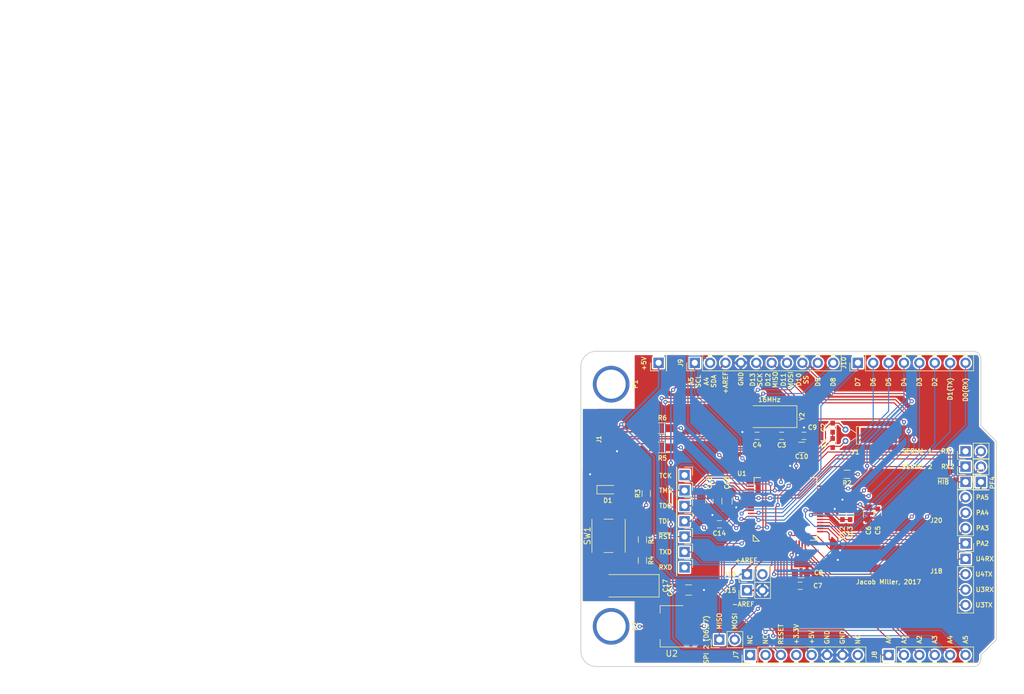
<source format=kicad_pcb>
(kicad_pcb (version 4) (host pcbnew 4.0.6)
  (title_block (title Arduino-Tiva-TM4C123G) (date 2017-04-17) (rev v1.0) (company "Jacob Miller"))
  (layers (0 Top signal) (1 Ground signal) (2 Power mixed) (31 Bottom signal) (34 B.Paste user) (35 F.Paste user) (36 B.SilkS user) (37 F.SilkS user) (38 B.Mask user) (39 F.Mask user) (44 Edge.Cuts user))
  (net 0 "")
  (net 1 "Net-(C1-Pad1)")
  (net 2 "Net-(C2-Pad2)")
  (net 3 "Net-(C3-Pad1)")
  (net 4 "Net-(C4-Pad1)")
  (net 5 "Net-(D1-Pad2)")
  (net 6 /XOSC_GND)
  (net 7 GNDREF)
  (net 8 +3V3)
  (net 9 /~HIB)
  (net 10 +5V)
  (net 11 /A0)
  (net 12 /A1)
  (net 13 /A2)
  (net 14 /A3)
  (net 15 "/A4(SDA)")
  (net 16 "/A5(SCL)")
  (net 17 /~WAKE)
  (net 18 /RESET)
  (net 19 /USB_D_N)
  (net 20 /USB_D_P)
  (net 21 /DEBUG_TCK)
  (net 22 /DEBUG_TMS)
  (net 23 /DEBUG_TDI)
  (net 24 /DEBUG_TDO)
  (net 25 "/13(SCK)")
  (net 26 "/12(MISO)")
  (net 27 "/1(Tx)")
  (net 28 "/0(Rx)")
  (net 29 /+AREF)
  (net 30 /-AREF)
  (net 31 /D9)
  (net 32 /D8)
  (net 33 /D7)
  (net 34 /D6)
  (net 35 /D5)
  (net 36 /D4)
  (net 37 /D3)
  (net 38 /D2)
  (net 39 /PF4)
  (net 40 "/PB6(MISO)")
  (net 41 "/PB7(MOSI)")
  (net 42 "/PC4(U4RX)")
  (net 43 "/PC5(U4TX)")
  (net 44 "/PC6(U3RX)")
  (net 45 "/PC7(U3TX)")
  (net 46 "/PD6(U2RX)")
  (net 47 "/PD7(U2TX)")
  (net 48 /PA2)
  (net 49 /PA3)
  (net 50 /PA4)
  (net 51 /PA5)
  (net 52 "/PB0(U1RX)")
  (net 53 "/PB1(U1TX)")
  (net 54 "Net-(R4-Pad2)")
  (net 55 /USB_ID)
  (net 56 "/11(MOSI)")
  (net 57 "/10(SS)")
  (net 58 /VDDC)
  (module TO_SOT_Packages_SMD_Local:SOT-223 (layer Top) (at 125.998 119.095 180)
    (fp_text reference U2 (at 0 -4.5 180) (layer F.SilkS))
    (fp_text value LM1117-3.3)
    (pad 4 smd rect (at 3.15 0 180) (size 2 3.8) (layers Top F.Paste F.Mask) (net 8 +3V3))
    (pad 2 smd rect (at -3.15 0 180) (size 2 1.5) (layers Top F.Paste F.Mask) (net 8 +3V3))
    (pad 3 smd rect (at -3.15 2.3 180) (size 2 1.5) (layers Top F.Paste F.Mask) (net 10 +5V))
    (pad 1 smd rect (at -3.15 -2.3 180) (size 2 1.5) (layers Top F.Paste F.Mask) (net 7 GNDREF))
  )
  (module Housings_QFP:LQFP-64_10x10mm_Pitch0.5mm (layer Top) (at 144.78 99.695 90)
    (fp_text reference U1 (at 5.842 -7.2 180) (layer F.SilkS) (effects (font (size 0.75 0.75))))
    (fp_text value TM4C123GH6PM)
    (pad 1 smd rect (at -5.7 -3.75 90) (size 1 0.25) (layers Top F.Paste F.Mask) (net 40 "/PB6(MISO)"))
    (pad 2 smd rect (at -5.7 -3.25 90) (size 1 0.25) (layers Top F.Paste F.Mask) (net 29 /+AREF))
    (pad 3 smd rect (at -5.7 -2.75 90) (size 1 0.25) (layers Top F.Paste F.Mask) (net 30 /-AREF))
    (pad 4 smd rect (at -5.7 -2.25 90) (size 1 0.25) (layers Top F.Paste F.Mask) (net 41 "/PB7(MOSI)"))
    (pad 5 smd rect (at -5.7 -1.75 90) (size 1 0.25) (layers Top F.Paste F.Mask) (net 39 /PF4))
    (pad 6 smd rect (at -5.7 -1.25 90) (size 1 0.25) (layers Top F.Paste F.Mask) (net 11 /A0))
    (pad 7 smd rect (at -5.7 -0.75 90) (size 1 0.25) (layers Top F.Paste F.Mask) (net 12 /A1))
    (pad 8 smd rect (at -5.7 -0.25 90) (size 1 0.25) (layers Top F.Paste F.Mask) (net 13 /A2))
    (pad 9 smd rect (at -5.7 0.25 90) (size 1 0.25) (layers Top F.Paste F.Mask) (net 14 /A3))
    (pad 10 smd rect (at -5.7 0.75 90) (size 1 0.25) (layers Top F.Paste F.Mask) (net 47 "/PD7(U2TX)"))
    (pad 11 smd rect (at -5.7 1.25 90) (size 1 0.25) (layers Top F.Paste F.Mask) (net 8 +3V3))
    (pad 12 smd rect (at -5.7 1.75 90) (size 1 0.25) (layers Top F.Paste F.Mask) (net 7 GNDREF))
    (pad 13 smd rect (at -5.7 2.25 90) (size 1 0.25) (layers Top F.Paste F.Mask) (net 45 "/PC7(U3TX)"))
    (pad 14 smd rect (at -5.7 2.75 90) (size 1 0.25) (layers Top F.Paste F.Mask) (net 44 "/PC6(U3RX)"))
    (pad 15 smd rect (at -5.7 3.25 90) (size 1 0.25) (layers Top F.Paste F.Mask) (net 43 "/PC5(U4TX)"))
    (pad 16 smd rect (at -5.7 3.75 90) (size 1 0.25) (layers Top F.Paste F.Mask) (net 42 "/PC4(U4RX)"))
    (pad 17 smd rect (at -3.75 5.7 180) (size 1 0.25) (layers Top F.Paste F.Mask) (net 28 "/0(Rx)"))
    (pad 18 smd rect (at -3.25 5.7 180) (size 1 0.25) (layers Top F.Paste F.Mask) (net 27 "/1(Tx)"))
    (pad 19 smd rect (at -2.75 5.7 180) (size 1 0.25) (layers Top F.Paste F.Mask) (net 48 /PA2))
    (pad 20 smd rect (at -2.25 5.7 180) (size 1 0.25) (layers Top F.Paste F.Mask) (net 49 /PA3))
    (pad 21 smd rect (at -1.75 5.7 180) (size 1 0.25) (layers Top F.Paste F.Mask) (net 50 /PA4))
    (pad 22 smd rect (at -1.25 5.7 180) (size 1 0.25) (layers Top F.Paste F.Mask) (net 51 /PA5))
    (pad 23 smd rect (at -0.75 5.7 180) (size 1 0.25) (layers Top F.Paste F.Mask) (net 37 /D3))
    (pad 24 smd rect (at -0.25 5.7 180) (size 1 0.25) (layers Top F.Paste F.Mask) (net 38 /D2))
    (pad 25 smd rect (at 0.25 5.7 180) (size 1 0.25) (layers Top F.Paste F.Mask) (net 58 /VDDC))
    (pad 26 smd rect (at 0.75 5.7 180) (size 1 0.25) (layers Top F.Paste F.Mask) (net 8 +3V3))
    (pad 27 smd rect (at 1.25 5.7 180) (size 1 0.25) (layers Top F.Paste F.Mask) (net 7 GNDREF))
    (pad 28 smd rect (at 1.75 5.7 180) (size 1 0.25) (layers Top F.Paste F.Mask) (net 26 "/12(MISO)"))
    (pad 29 smd rect (at 2.25 5.7 180) (size 1 0.25) (layers Top F.Paste F.Mask) (net 56 "/11(MOSI)"))
    (pad 30 smd rect (at 2.75 5.7 180) (size 1 0.25) (layers Top F.Paste F.Mask) (net 25 "/13(SCK)"))
    (pad 31 smd rect (at 3.25 5.7 180) (size 1 0.25) (layers Top F.Paste F.Mask) (net 57 "/10(SS)"))
    (pad 32 smd rect (at 3.75 5.7 180) (size 1 0.25) (layers Top F.Paste F.Mask) (net 17 /~WAKE))
    (pad 33 smd rect (at 5.7 3.75 90) (size 1 0.25) (layers Top F.Paste F.Mask) (net 9 /~HIB))
    (pad 34 smd rect (at 5.7 3.25 90) (size 1 0.25) (layers Top F.Paste F.Mask) (net 1 "Net-(C1-Pad1)"))
    (pad 35 smd rect (at 5.7 2.75 90) (size 1 0.25) (layers Top F.Paste F.Mask) (net 6 /XOSC_GND))
    (pad 36 smd rect (at 5.7 2.25 90) (size 1 0.25) (layers Top F.Paste F.Mask) (net 2 "Net-(C2-Pad2)"))
    (pad 37 smd rect (at 5.7 1.75 90) (size 1 0.25) (layers Top F.Paste F.Mask) (net 8 +3V3))
    (pad 38 smd rect (at 5.7 1.25 90) (size 1 0.25) (layers Top F.Paste F.Mask) (net 18 /RESET))
    (pad 39 smd rect (at 5.7 0.75 90) (size 1 0.25) (layers Top F.Paste F.Mask) (net 7 GNDREF))
    (pad 40 smd rect (at 5.7 0.25 90) (size 1 0.25) (layers Top F.Paste F.Mask) (net 3 "Net-(C3-Pad1)"))
    (pad 41 smd rect (at 5.7 -0.25 90) (size 1 0.25) (layers Top F.Paste F.Mask) (net 4 "Net-(C4-Pad1)"))
    (pad 42 smd rect (at 5.7 -0.75 90) (size 1 0.25) (layers Top F.Paste F.Mask) (net 8 +3V3))
    (pad 43 smd rect (at 5.7 -1.25 90) (size 1 0.25) (layers Top F.Paste F.Mask) (net 19 /USB_D_N))
    (pad 44 smd rect (at 5.7 -1.75 90) (size 1 0.25) (layers Top F.Paste F.Mask) (net 20 /USB_D_P))
    (pad 45 smd rect (at 5.7 -2.25 90) (size 1 0.25) (layers Top F.Paste F.Mask) (net 52 "/PB0(U1RX)"))
    (pad 46 smd rect (at 5.7 -2.75 90) (size 1 0.25) (layers Top F.Paste F.Mask) (net 53 "/PB1(U1TX)"))
    (pad 47 smd rect (at 5.7 -3.25 90) (size 1 0.25) (layers Top F.Paste F.Mask) (net 16 "/A5(SCL)"))
    (pad 48 smd rect (at 5.7 -3.75 90) (size 1 0.25) (layers Top F.Paste F.Mask) (net 15 "/A4(SDA)"))
    (pad 49 smd rect (at 3.75 -5.7 180) (size 1 0.25) (layers Top F.Paste F.Mask) (net 24 /DEBUG_TDO))
    (pad 50 smd rect (at 3.25 -5.7 180) (size 1 0.25) (layers Top F.Paste F.Mask) (net 23 /DEBUG_TDI))
    (pad 51 smd rect (at 2.75 -5.7 180) (size 1 0.25) (layers Top F.Paste F.Mask) (net 22 /DEBUG_TMS))
    (pad 52 smd rect (at 2.25 -5.7 180) (size 1 0.25) (layers Top F.Paste F.Mask) (net 21 /DEBUG_TCK))
    (pad 53 smd rect (at 1.75 -5.7 180) (size 1 0.25) (layers Top F.Paste F.Mask) (net 46 "/PD6(U2RX)"))
    (pad 54 smd rect (at 1.25 -5.7 180) (size 1 0.25) (layers Top F.Paste F.Mask) (net 8 +3V3))
    (pad 55 smd rect (at 0.75 -5.7 180) (size 1 0.25) (layers Top F.Paste F.Mask) (net 7 GNDREF))
    (pad 56 smd rect (at 0.25 -5.7 180) (size 1 0.25) (layers Top F.Paste F.Mask) (net 58 /VDDC))
    (pad 57 smd rect (at -0.25 -5.7 180) (size 1 0.25) (layers Top F.Paste F.Mask) (net 33 /D7))
    (pad 58 smd rect (at -0.75 -5.7 180) (size 1 0.25) (layers Top F.Paste F.Mask) (net 34 /D6))
    (pad 59 smd rect (at -1.25 -5.7 180) (size 1 0.25) (layers Top F.Paste F.Mask) (net 36 /D4))
    (pad 60 smd rect (at -1.75 -5.7 180) (size 1 0.25) (layers Top F.Paste F.Mask) (net 35 /D5))
    (pad 61 smd rect (at -2.25 -5.7 180) (size 1 0.25) (layers Top F.Paste F.Mask) (net 31 /D9))
    (pad 62 smd rect (at -2.75 -5.7 180) (size 1 0.25) (layers Top F.Paste F.Mask) (net 32 /D8))
    (pad 63 smd rect (at -3.25 -5.7 180) (size 1 0.25) (layers Top F.Paste F.Mask) (net 16 "/A5(SCL)"))
    (pad 64 smd rect (at -3.75 -5.7 180) (size 1 0.25) (layers Top F.Paste F.Mask) (net 15 "/A4(SDA)"))
  )
  (module LEDs:LED_0805 (layer Top) (at 115.443 96.52)
    (fp_text reference D1 (at 0 1.778) (layer F.SilkS) (effects (font (size 0.75 0.75))))
    (fp_text value Green)
    (pad 2 smd rect (at 1.1 0 180) (size 1.2 1.2) (layers Top F.Paste F.Mask) (net 5 "Net-(D1-Pad2)"))
    (pad 1 smd rect (at -1.1 0 180) (size 1.2 1.2) (layers Top F.Paste F.Mask) (net 7 GNDREF))
  )
  (module Capacitors_SMD:C_0603 (layer Top) (at 132.207 98.425 270)
    (fp_text reference C15 (at -3.048 0 270) (layer F.SilkS) (effects (font (size 0.75 0.75))))
    (fp_text value 0.1uF)
    (pad 1 smd rect (at -0.75 0 270) (size 0.8 0.75) (layers Top F.Paste F.Mask) (net 8 +3V3))
    (pad 2 smd rect (at 0.75 0 270) (size 0.8 0.75) (layers Top F.Paste F.Mask) (net 7 GNDREF))
  )
  (module Crystals:Crystal_SMD_5032-2pin_5.0x3.2mm_HandSoldering (layer Top) (at 142.113 84.455 180)
    (fp_text reference Y2 (at -5.394 0 270) (layer F.SilkS) (effects (font (size 0.75 0.75))))
    (fp_text value 16MHz (at 0 2.8 180) (layer F.SilkS) (effects (font (size 0.75 0.75))))
    (pad 1 smd rect (at -2.6 0 180) (size 3.5 2.4) (layers Top F.Paste F.Mask) (net 3 "Net-(C3-Pad1)"))
    (pad 2 smd rect (at 2.6 0 180) (size 3.5 2.4) (layers Top F.Paste F.Mask) (net 4 "Net-(C4-Pad1)"))
  )
  (module Socket_Strips:Socket_Strip_Straight_1x10_Pitch2.54mm (layer Top) (at 129.794 75.565 90)
    (fp_text reference J9 (at 0 -2.33 90) (layer F.SilkS) (effects (font (size 0.75 0.75))))
    (fp_text value Digital)
    (pad 1 thru_hole rect (at 0 0 90) (size 1.7 1.7) (drill 1) (layers *.Cu *.Mask) (net 16 "/A5(SCL)"))
    (pad 2 thru_hole oval (at 0 2.54 90) (size 1.7 1.7) (drill 1) (layers *.Cu *.Mask) (net 15 "/A4(SDA)"))
    (pad 3 thru_hole oval (at 0 5.08 90) (size 1.7 1.7) (drill 1) (layers *.Cu *.Mask) (net 29 /+AREF))
    (pad 4 thru_hole oval (at 0 7.62 90) (size 1.7 1.7) (drill 1) (layers *.Cu *.Mask) (net 7 GNDREF))
    (pad 5 thru_hole oval (at 0 10.16 90) (size 1.7 1.7) (drill 1) (layers *.Cu *.Mask) (net 25 "/13(SCK)"))
    (pad 6 thru_hole oval (at 0 12.7 90) (size 1.7 1.7) (drill 1) (layers *.Cu *.Mask) (net 26 "/12(MISO)"))
    (pad 7 thru_hole oval (at 0 15.24 90) (size 1.7 1.7) (drill 1) (layers *.Cu *.Mask) (net 56 "/11(MOSI)"))
    (pad 8 thru_hole oval (at 0 17.78 90) (size 1.7 1.7) (drill 1) (layers *.Cu *.Mask) (net 57 "/10(SS)"))
    (pad 9 thru_hole oval (at 0 20.32 90) (size 1.7 1.7) (drill 1) (layers *.Cu *.Mask) (net 31 /D9))
    (pad 10 thru_hole oval (at 0 22.86 90) (size 1.7 1.7) (drill 1) (layers *.Cu *.Mask) (net 32 /D8))
  )
  (module Pin_Headers:Pin_Header_Straight_1x01_Pitch2.54mm (layer Top) (at 128.110463 104.274155 270)
    (fp_text reference J3)
    (fp_text value ~RST (at -0.007155 3.269463 360) (layer F.SilkS) (effects (font (size 0.75 0.75))))
    (pad 1 thru_hole rect (at 0 0 270) (size 1.7 1.7) (drill 1) (layers *.Cu *.Mask) (net 18 /RESET))
  )
  (module Pin_Headers:Pin_Header_Straight_1x01_Pitch2.54mm (layer Top) (at 174.498 95.25 90)
    (fp_text reference J5)
    (fp_text value ~HIB (at 0 -3.683 180) (layer F.SilkS) (effects (font (size 0.75 0.75))))
    (pad 1 thru_hole rect (at 0 0 90) (size 1.7 1.7) (drill 1) (layers *.Cu *.Mask) (net 9 /~HIB))
  )
  (module Socket_Strips:Socket_Strip_Straight_1x08_Pitch2.54mm (layer Top) (at 138.938 123.825 90)
    (fp_text reference J7 (at 0 -2.33 90) (layer F.SilkS) (effects (font (size 0.75 0.75))))
    (fp_text value Power)
    (pad 1 thru_hole rect (at 0 0 90) (size 1.7 1.7) (drill 1) (layers *.Cu *.Mask))
    (pad 2 thru_hole oval (at 0 2.54 90) (size 1.7 1.7) (drill 1) (layers *.Cu *.Mask))
    (pad 3 thru_hole oval (at 0 5.08 90) (size 1.7 1.7) (drill 1) (layers *.Cu *.Mask) (net 18 /RESET))
    (pad 4 thru_hole oval (at 0 7.62 90) (size 1.7 1.7) (drill 1) (layers *.Cu *.Mask) (net 8 +3V3))
    (pad 5 thru_hole oval (at 0 10.16 90) (size 1.7 1.7) (drill 1) (layers *.Cu *.Mask) (net 10 +5V))
    (pad 6 thru_hole oval (at 0 12.7 90) (size 1.7 1.7) (drill 1) (layers *.Cu *.Mask) (net 7 GNDREF))
    (pad 7 thru_hole oval (at 0 15.24 90) (size 1.7 1.7) (drill 1) (layers *.Cu *.Mask) (net 7 GNDREF))
    (pad 8 thru_hole oval (at 0 17.78 90) (size 1.7 1.7) (drill 1) (layers *.Cu *.Mask))
  )
  (module Socket_Strips:Socket_Strip_Straight_1x06_Pitch2.54mm (layer Top) (at 161.798 123.825 90)
    (fp_text reference J8 (at 0 -2.33 90) (layer F.SilkS) (effects (font (size 0.75 0.75))))
    (fp_text value Analog)
    (pad 1 thru_hole rect (at 0 0 90) (size 1.7 1.7) (drill 1) (layers *.Cu *.Mask) (net 11 /A0))
    (pad 2 thru_hole oval (at 0 2.54 90) (size 1.7 1.7) (drill 1) (layers *.Cu *.Mask) (net 12 /A1))
    (pad 3 thru_hole oval (at 0 5.08 90) (size 1.7 1.7) (drill 1) (layers *.Cu *.Mask) (net 13 /A2))
    (pad 4 thru_hole oval (at 0 7.62 90) (size 1.7 1.7) (drill 1) (layers *.Cu *.Mask) (net 14 /A3))
    (pad 5 thru_hole oval (at 0 10.16 90) (size 1.7 1.7) (drill 1) (layers *.Cu *.Mask) (net 15 "/A4(SDA)"))
    (pad 6 thru_hole oval (at 0 12.7 90) (size 1.7 1.7) (drill 1) (layers *.Cu *.Mask) (net 16 "/A5(SCL)"))
  )
  (module Socket_Strips:Socket_Strip_Straight_1x08_Pitch2.54mm (layer Top) (at 156.718 75.565 90)
    (fp_text reference J10 (at 0 -2.33 90) (layer F.SilkS) (effects (font (size 0.75 0.75))))
    (fp_text value Digital)
    (pad 1 thru_hole rect (at 0 0 90) (size 1.7 1.7) (drill 1) (layers *.Cu *.Mask) (net 33 /D7))
    (pad 2 thru_hole oval (at 0 2.54 90) (size 1.7 1.7) (drill 1) (layers *.Cu *.Mask) (net 34 /D6))
    (pad 3 thru_hole oval (at 0 5.08 90) (size 1.7 1.7) (drill 1) (layers *.Cu *.Mask) (net 35 /D5))
    (pad 4 thru_hole oval (at 0 7.62 90) (size 1.7 1.7) (drill 1) (layers *.Cu *.Mask) (net 36 /D4))
    (pad 5 thru_hole oval (at 0 10.16 90) (size 1.7 1.7) (drill 1) (layers *.Cu *.Mask) (net 37 /D3))
    (pad 6 thru_hole oval (at 0 12.7 90) (size 1.7 1.7) (drill 1) (layers *.Cu *.Mask) (net 38 /D2))
    (pad 7 thru_hole oval (at 0 15.24 90) (size 1.7 1.7) (drill 1) (layers *.Cu *.Mask) (net 27 "/1(Tx)"))
    (pad 8 thru_hole oval (at 0 17.78 90) (size 1.7 1.7) (drill 1) (layers *.Cu *.Mask) (net 28 "/0(Rx)"))
  )
  (module Pin_Headers:Pin_Header_Straight_1x01_Pitch2.54mm (layer Top) (at 128.110463 94.114155 270)
    (fp_text reference J2)
    (fp_text value TCK (at 0.119845 3.142463 360) (layer F.SilkS) (effects (font (size 0.75 0.75))))
    (pad 1 thru_hole rect (at 0 0 270) (size 1.7 1.7) (drill 1) (layers *.Cu *.Mask) (net 21 /DEBUG_TCK))
  )
  (module Pin_Headers:Pin_Header_Straight_1x01_Pitch2.54mm (layer Top) (at 128.110463 96.654155 270)
    (fp_text reference J6)
    (fp_text value TMS (at -0.007155 3.142463 360) (layer F.SilkS) (effects (font (size 0.75 0.75))))
    (pad 1 thru_hole rect (at 0 0 270) (size 1.7 1.7) (drill 1) (layers *.Cu *.Mask) (net 22 /DEBUG_TMS))
  )
  (module Pin_Headers:Pin_Header_Straight_1x01_Pitch2.54mm (layer Top) (at 128.110463 101.734155 270)
    (fp_text reference J11)
    (fp_text value TDI (at -0.007155 3.396463 360) (layer F.SilkS) (effects (font (size 0.75 0.75))))
    (pad 1 thru_hole rect (at 0 0 270) (size 1.7 1.7) (drill 1) (layers *.Cu *.Mask) (net 23 /DEBUG_TDI))
  )
  (module Pin_Headers:Pin_Header_Straight_1x01_Pitch2.54mm (layer Top) (at 128.110463 99.194155 270)
    (fp_text reference J12)
    (fp_text value TDO (at 0 3.142463 360) (layer F.SilkS) (effects (font (size 0.75 0.75))))
    (pad 1 thru_hole rect (at 0 0 270) (size 1.7 1.7) (drill 1) (layers *.Cu *.Mask) (net 24 /DEBUG_TDO))
  )
  (module Pin_Headers:Pin_Header_Straight_1x01_Pitch2.54mm (layer Top) (at 128.110463 106.814155 270)
    (fp_text reference J13)
    (fp_text value TXD (at -0.007155 3.142463 360) (layer F.SilkS) (effects (font (size 0.75 0.75))))
    (pad 1 thru_hole rect (at 0 0 270) (size 1.7 1.7) (drill 1) (layers *.Cu *.Mask) (net 27 "/1(Tx)"))
  )
  (module Pin_Headers:Pin_Header_Straight_1x01_Pitch2.54mm (layer Top) (at 128.110463 109.354155 270)
    (fp_text reference J14)
    (fp_text value RXD (at -0.007155 3.142463 360) (layer F.SilkS) (effects (font (size 0.75 0.75))))
    (pad 1 thru_hole rect (at 0 0 270) (size 1.7 1.7) (drill 1) (layers *.Cu *.Mask) (net 28 "/0(Rx)"))
  )
  (module Pin_Headers:Pin_Header_Straight_1x01_Pitch2.54mm (layer Top) (at 123.825 75.565 90)
    (fp_text reference J5V1)
    (fp_text value +5V (at -0.127 -2.413 90) (layer F.SilkS) (effects (font (size 0.75 0.75))))
    (pad 1 thru_hole rect (at 0 0 90) (size 1.7 1.7) (drill 1) (layers *.Cu *.Mask) (net 10 +5V))
  )
  (module Pin_Headers:Pin_Header_Straight_1x02_Pitch2.54mm (layer Top) (at 138.43 113.157 90)
    (fp_text reference J15 (at 0 -2.794 180) (layer F.SilkS) (effects (font (size 0.75 0.75))))
    (fp_text value -AREF (at -2.286 -0.635 180) (layer F.SilkS) (effects (font (size 0.75 0.75))))
    (pad 1 thru_hole rect (at 0 0 90) (size 1.7 1.7) (drill 1) (layers *.Cu *.Mask) (net 30 /-AREF))
    (pad 2 thru_hole oval (at 0 2.54 90) (size 1.7 1.7) (drill 1) (layers *.Cu *.Mask) (net 7 GNDREF))
  )
  (module Pin_Headers:Pin_Header_Straight_1x02_Pitch2.54mm (layer Top) (at 138.43 110.49 90)
    (fp_text reference J16 (at 0 -2.794 180) (layer F.SilkS) (effects (font (size 0.75 0.75))))
    (fp_text value +AREF (at 2.286 -0.127 180) (layer F.SilkS) (effects (font (size 0.75 0.75))))
    (pad 1 thru_hole rect (at 0 0 90) (size 1.7 1.7) (drill 1) (layers *.Cu *.Mask) (net 29 /+AREF))
    (pad 2 thru_hole oval (at 0 2.54 90) (size 1.7 1.7) (drill 1) (layers *.Cu *.Mask) (net 8 +3V3))
  )
  (module Socket_Strips:Socket_Strip_Straight_1x01_Pitch2.54mm (layer Top) (at 177.038 95.25)
    (fp_text reference J4 (at 0 -2.33) (layer F.SilkS) (effects (font (size 0.75 0.75))))
    (fp_text value PF4 (at 1.905 0.127 90) (layer F.SilkS) (effects (font (size 0.75 0.75))))
    (pad 1 thru_hole rect (at 0 0) (size 1.7 1.7) (drill 1) (layers *.Cu *.Mask) (net 39 /PF4))
  )
  (module Socket_Strips:Socket_Strip_Straight_1x02_Pitch2.54mm (layer Top) (at 133.858 121.285 90)
    (fp_text reference J17 hide)
    (fp_text value "SPI 2 (D6,D7)" (at 0 -2.159 270) (layer F.SilkS) (effects (font (size 0.75 0.75))))
    (pad 1 thru_hole rect (at 0 0 90) (size 1.7 1.7) (drill 1) (layers *.Cu *.Mask) (net 40 "/PB6(MISO)"))
    (pad 2 thru_hole oval (at 0 2.54 90) (size 1.7 1.7) (drill 1) (layers *.Cu *.Mask) (net 41 "/PB7(MOSI)"))
  )
  (module Socket_Strips:Socket_Strip_Straight_1x04_Pitch2.54mm (layer Top) (at 174.498 107.95)
    (fp_text reference J18 (at -4.826 2.032 180) (layer F.SilkS) (effects (font (size 0.75 0.75))))
    (fp_text value "SERIAL 3, 4")
    (pad 1 thru_hole rect (at 0 0) (size 1.7 1.7) (drill 1) (layers *.Cu *.Mask) (net 42 "/PC4(U4RX)"))
    (pad 2 thru_hole oval (at 0 2.54) (size 1.7 1.7) (drill 1) (layers *.Cu *.Mask) (net 43 "/PC5(U4TX)"))
    (pad 3 thru_hole oval (at 0 5.08) (size 1.7 1.7) (drill 1) (layers *.Cu *.Mask) (net 44 "/PC6(U3RX)"))
    (pad 4 thru_hole oval (at 0 7.62) (size 1.7 1.7) (drill 1) (layers *.Cu *.Mask) (net 45 "/PC7(U3TX)"))
  )
  (module Socket_Strips:Socket_Strip_Straight_1x02_Pitch2.54mm (layer Top) (at 174.498 92.71 90)
    (fp_text reference J19)
    (fp_text value "SERIAL 2" (at 0 -8.001 180) (layer F.SilkS) (effects (font (size 0.75 0.75))))
    (fp_text user RX2 (at 0 -2.921 180) (layer F.SilkS) (effects (font (size 0.75 0.75))))
    (pad 1 thru_hole rect (at 0 0 90) (size 1.7 1.7) (drill 1) (layers *.Cu *.Mask) (net 46 "/PD6(U2RX)"))
    (pad 2 thru_hole oval (at 0 2.54 90) (size 1.7 1.7) (drill 1) (layers *.Cu *.Mask) (net 47 "/PD7(U2TX)"))
  )
  (module Socket_Strips:Socket_Strip_Straight_1x04_Pitch2.54mm (layer Top) (at 174.498 105.41 180)
    (fp_text reference J20 (at 4.826 3.81 180) (layer F.SilkS) (effects (font (size 0.75 0.75))))
    (fp_text value "SPI 0")
    (pad 1 thru_hole rect (at 0 0 180) (size 1.7 1.7) (drill 1) (layers *.Cu *.Mask) (net 48 /PA2))
    (pad 2 thru_hole oval (at 0 2.54 180) (size 1.7 1.7) (drill 1) (layers *.Cu *.Mask) (net 49 /PA3))
    (pad 3 thru_hole oval (at 0 5.08 180) (size 1.7 1.7) (drill 1) (layers *.Cu *.Mask) (net 50 /PA4))
    (pad 4 thru_hole oval (at 0 7.62 180) (size 1.7 1.7) (drill 1) (layers *.Cu *.Mask) (net 51 /PA5))
  )
  (module Socket_Strips:Socket_Strip_Straight_1x02_Pitch2.54mm (layer Top) (at 174.498 90.17 90)
    (fp_text reference J21)
    (fp_text value "SERIAL 1" (at 0 -8.001 180) (layer F.SilkS) (effects (font (size 0.75 0.75))))
    (fp_text user RX1 (at 0 -2.921 180) (layer F.SilkS) (effects (font (size 0.75 0.75))))
    (pad 1 thru_hole rect (at 0 0 90) (size 1.7 1.7) (drill 1) (layers *.Cu *.Mask) (net 52 "/PB0(U1RX)"))
    (pad 2 thru_hole oval (at 0 2.54 90) (size 1.7 1.7) (drill 1) (layers *.Cu *.Mask) (net 53 "/PB1(U1TX)"))
  )
  (module Resistors_SMD:R_0805_HandSoldering (layer Top) (at 124.38 89.535)
    (fp_text reference R5 (at 0.08 1.778) (layer F.SilkS) (effects (font (size 0.75 0.75))))
    (fp_text value R)
    (pad 1 smd rect (at -1.35 0) (size 1.5 1.3) (layers Top F.Paste F.Mask) (net 55 /USB_ID))
    (pad 2 smd rect (at 1.35 0) (size 1.5 1.3) (layers Top F.Paste F.Mask) (net 52 "/PB0(U1RX)"))
  )
  (module Resistors_SMD:R_0805_HandSoldering (layer Top) (at 124.38 86.36)
    (fp_text reference R6 (at 0.08 -1.7) (layer F.SilkS) (effects (font (size 0.75 0.75))))
    (fp_text value R)
    (pad 1 smd rect (at -1.35 0) (size 1.5 1.3) (layers Top F.Paste F.Mask) (net 10 +5V))
    (pad 2 smd rect (at 1.35 0) (size 1.5 1.3) (layers Top F.Paste F.Mask) (net 53 "/PB1(U1TX)"))
  )
  (module Crystals_Local:Crystal_DS26_d2.0mm_l6.0mm_Horizontal_1EP_style1 (layer Top) (at 154.685782 88.49035 90)
    (fp_text reference Y1 (at -1.82 1.625 180) (layer F.SilkS) (effects (font (size 0.75 0.75))))
    (fp_text value 32.768Khz)
    (pad 1 thru_hole circle (at 0 0 90) (size 1 1) (drill 0.5) (layers *.Cu *.Mask) (net 1 "Net-(C1-Pad1)"))
    (pad 2 thru_hole circle (at 1.9 0 90) (size 1 1) (drill 0.5) (layers *.Cu *.Mask) (net 2 "Net-(C2-Pad2)"))
    (pad 3 smd rect (at 0.95 5.5 90) (size 2.5 6) (layers Top F.Mask))
  )
  (module Capacitors_SMD:C_0603 (layer Top) (at 152.565782 88.81035 90)
    (fp_text reference C1 (at 0 -1.5 90) (layer F.SilkS) (effects (font (size 0.75 0.75))))
    (fp_text value 24pF)
    (pad 1 smd rect (at -0.75 0 90) (size 0.8 0.75) (layers Top F.Paste F.Mask) (net 1 "Net-(C1-Pad1)"))
    (pad 2 smd rect (at 0.75 0 90) (size 0.8 0.75) (layers Top F.Paste F.Mask) (net 6 /XOSC_GND))
  )
  (module Capacitors_SMD:C_0603 (layer Top) (at 152.565782 86.27035 90)
    (fp_text reference C2 (at 0 -1.5 90) (layer F.SilkS) (effects (font (size 0.75 0.75))))
    (fp_text value 24pF)
    (pad 1 smd rect (at -0.75 0 90) (size 0.8 0.75) (layers Top F.Paste F.Mask) (net 6 /XOSC_GND))
    (pad 2 smd rect (at 0.75 0 90) (size 0.8 0.75) (layers Top F.Paste F.Mask) (net 2 "Net-(C2-Pad2)"))
  )
  (module Capacitors_SMD:C_0603 (layer Top) (at 144.145 87.63)
    (fp_text reference C3 (at 0 1.524) (layer F.SilkS) (effects (font (size 0.75 0.75))))
    (fp_text value 10pF)
    (pad 1 smd rect (at -0.75 0) (size 0.8 0.75) (layers Top F.Paste F.Mask) (net 3 "Net-(C3-Pad1)"))
    (pad 2 smd rect (at 0.75 0) (size 0.8 0.75) (layers Top F.Paste F.Mask) (net 7 GNDREF))
  )
  (module Capacitors_SMD:C_0603 (layer Top) (at 140.081 87.63 180)
    (fp_text reference C4 (at 0 -1.5 180) (layer F.SilkS) (effects (font (size 0.75 0.75))))
    (fp_text value 10pF)
    (pad 1 smd rect (at -0.75 0 180) (size 0.8 0.75) (layers Top F.Paste F.Mask) (net 4 "Net-(C4-Pad1)"))
    (pad 2 smd rect (at 0.75 0 180) (size 0.8 0.75) (layers Top F.Paste F.Mask) (net 7 GNDREF))
  )
  (module Capacitors_SMD:C_0603 (layer Top) (at 160.02 100.457 270)
    (fp_text reference C5 (at 2.794 0 270) (layer F.SilkS) (effects (font (size 0.75 0.75))))
    (fp_text value 0.1uF)
    (pad 1 smd rect (at -0.75 0 270) (size 0.8 0.75) (layers Top F.Paste F.Mask) (net 8 +3V3))
    (pad 2 smd rect (at 0.75 0 270) (size 0.8 0.75) (layers Top F.Paste F.Mask) (net 7 GNDREF))
  )
  (module Capacitors_SMD:C_0805 (layer Top) (at 158.496 100.457 270)
    (fp_text reference C6 (at 2.794 0 270) (layer F.SilkS) (effects (font (size 0.75 0.75))))
    (fp_text value 22.0uF)
    (pad 1 smd rect (at -1 0 270) (size 1 1.25) (layers Top F.Paste F.Mask) (net 8 +3V3))
    (pad 2 smd rect (at 1 0 270) (size 1 1.25) (layers Top F.Paste F.Mask) (net 7 GNDREF))
  )
  (module Capacitors_SMD:C_0603 (layer Top) (at 147.193 112.395)
    (fp_text reference C7 (at 2.921 0) (layer F.SilkS) (effects (font (size 0.75 0.75))))
    (fp_text value 0.1uF)
    (pad 1 smd rect (at -0.75 0) (size 0.8 0.75) (layers Top F.Paste F.Mask) (net 8 +3V3))
    (pad 2 smd rect (at 0.75 0) (size 0.8 0.75) (layers Top F.Paste F.Mask) (net 7 GNDREF))
  )
  (module Capacitors_SMD:C_0805 (layer Top) (at 147.336 110.236)
    (fp_text reference C8 (at 2.905 0) (layer F.SilkS) (effects (font (size 0.75 0.75))))
    (fp_text value 22.0uF)
    (pad 1 smd rect (at -1 0) (size 1 1.25) (layers Top F.Paste F.Mask) (net 8 +3V3))
    (pad 2 smd rect (at 1 0) (size 1 1.25) (layers Top F.Paste F.Mask) (net 7 GNDREF))
  )
  (module Capacitors_SMD:C_0603 (layer Top) (at 147.84 87.63 180)
    (fp_text reference C9 (at -1.385 1.397 180) (layer F.SilkS) (effects (font (size 0.75 0.75))))
    (fp_text value 0.1uF)
    (pad 1 smd rect (at -0.75 0 180) (size 0.8 0.75) (layers Top F.Paste F.Mask) (net 8 +3V3))
    (pad 2 smd rect (at 0.75 0 180) (size 0.8 0.75) (layers Top F.Paste F.Mask) (net 7 GNDREF))
  )
  (module Capacitors_SMD:C_0805 (layer Top) (at 147.447 89.535 180)
    (fp_text reference C10 (at 0 -1.5 180) (layer F.SilkS) (effects (font (size 0.75 0.75))))
    (fp_text value 22.0uF)
    (pad 1 smd rect (at -1 0 180) (size 1 1.25) (layers Top F.Paste F.Mask) (net 8 +3V3))
    (pad 2 smd rect (at 1 0 180) (size 1 1.25) (layers Top F.Paste F.Mask) (net 7 GNDREF))
  )
  (module Capacitors_SMD:C_0603 (layer Top) (at 154.178 100.711 90)
    (fp_text reference C12 (at -2.921 0 90) (layer F.SilkS) (effects (font (size 0.75 0.75))))
    (fp_text value 2.2uF)
    (pad 1 smd rect (at -0.75 0 90) (size 0.8 0.75) (layers Top F.Paste F.Mask) (net 58 /VDDC))
    (pad 2 smd rect (at 0.75 0 90) (size 0.8 0.75) (layers Top F.Paste F.Mask) (net 7 GNDREF))
  )
  (module Capacitors_SMD:C_0603 (layer Top) (at 155.448 100.711 90)
    (fp_text reference C13 (at -2.921 0 90) (layer F.SilkS) (effects (font (size 0.75 0.75))))
    (fp_text value 1.0uF)
    (pad 1 smd rect (at -0.75 0 90) (size 0.8 0.75) (layers Top F.Paste F.Mask) (net 58 /VDDC))
    (pad 2 smd rect (at 0.75 0 90) (size 0.8 0.75) (layers Top F.Paste F.Mask) (net 7 GNDREF))
  )
  (module Capacitors_SMD:C_0603 (layer Top) (at 133.858 102.235 180)
    (fp_text reference C14 (at 0 -1.5 180) (layer F.SilkS) (effects (font (size 0.75 0.75))))
    (fp_text value 0.1uF)
    (pad 1 smd rect (at -0.75 0 180) (size 0.8 0.75) (layers Top F.Paste F.Mask) (net 58 /VDDC))
    (pad 2 smd rect (at 0.75 0 180) (size 0.8 0.75) (layers Top F.Paste F.Mask) (net 7 GNDREF))
  )
  (module Capacitors_SMD:C_0805 (layer Top) (at 135.128 98.425 270)
    (fp_text reference C16 (at -3.048 0 270) (layer F.SilkS) (effects (font (size 0.75 0.75))))
    (fp_text value 22.0uF)
    (pad 1 smd rect (at -1 0 270) (size 1 1.25) (layers Top F.Paste F.Mask) (net 8 +3V3))
    (pad 2 smd rect (at 1 0 270) (size 1 1.25) (layers Top F.Paste F.Mask) (net 7 GNDREF))
  )
  (module Capacitors_Tantalum_SMD:CP_Tantalum_Case-C_EIA-6032-28_Hand (layer Top) (at 118.618 112.395 180)
    (fp_text reference C17 (at -6.35 0 270) (layer F.SilkS) (effects (font (size 0.75 0.75))))
    (fp_text value 22.0uF)
    (pad 1 smd rect (at -3.125 0 180) (size 3.75 2.5) (layers Top F.Paste F.Mask) (net 8 +3V3))
    (pad 2 smd rect (at 3.125 0 180) (size 3.75 2.5) (layers Top F.Paste F.Mask) (net 7 GNDREF))
  )
  (module Resistors_SMD:R_0603 (layer Top) (at 121.158 104.775 270)
    (fp_text reference R1 (at 0 -1.45 270) (layer F.SilkS) (effects (font (size 0.75 0.75))))
    (fp_text value 10k)
    (pad 1 smd rect (at -0.75 0 270) (size 0.5 0.9) (layers Top F.Paste F.Mask) (net 8 +3V3))
    (pad 2 smd rect (at 0.75 0 270) (size 0.5 0.9) (layers Top F.Paste F.Mask) (net 18 /RESET))
  )
  (module Resistors_SMD:R_0603 (layer Top) (at 154.94 93.98 180)
    (fp_text reference R2 (at 0 -1.45 180) (layer F.SilkS) (effects (font (size 0.75 0.75))))
    (fp_text value 1M)
    (pad 1 smd rect (at -0.75 0 180) (size 0.5 0.9) (layers Top F.Paste F.Mask) (net 8 +3V3))
    (pad 2 smd rect (at 0.75 0 180) (size 0.5 0.9) (layers Top F.Paste F.Mask) (net 17 /~WAKE))
  )
  (module Resistors_SMD:R_0603 (layer Top) (at 121.793 97.155 90)
    (fp_text reference R3 (at 0 -1.397 90) (layer F.SilkS) (effects (font (size 0.75 0.75))))
    (fp_text value 75)
    (pad 1 smd rect (at -0.75 0 90) (size 0.5 0.9) (layers Top F.Paste F.Mask) (net 8 +3V3))
    (pad 2 smd rect (at 0.75 0 90) (size 0.5 0.9) (layers Top F.Paste F.Mask) (net 5 "Net-(D1-Pad2)"))
  )
  (module Resistors_SMD:R_0603 (layer Top) (at 121.158 108.204 270)
    (fp_text reference R4 (at 0 -1.45 270) (layer F.SilkS) (effects (font (size 0.75 0.75))))
    (fp_text value 100)
    (pad 1 smd rect (at -0.75 0 270) (size 0.5 0.9) (layers Top F.Paste F.Mask) (net 18 /RESET))
    (pad 2 smd rect (at 0.75 0 270) (size 0.5 0.9) (layers Top F.Paste F.Mask) (net 54 "Net-(R4-Pad2)"))
  )
  (module Capacitors_SMD:C_0805 (layer Top) (at 128.778 113.095)
    (fp_text reference C11 (at -3.048 0 90) (layer F.SilkS) (effects (font (size 0.75 0.75))))
    (fp_text value 10.0uF)
    (pad 1 smd rect (at -1 0) (size 1 1.25) (layers Top F.Paste F.Mask) (net 10 +5V))
    (pad 2 smd rect (at 1 0) (size 1 1.25) (layers Top F.Paste F.Mask) (net 7 GNDREF))
  )
  (module Connectors_USB_Local:USB_Micro_B_FCI_10118192 (layer Top) (at 112.522 88.265)
    (fp_text reference J1 (at 1.4732 -0.0635 270) (layer F.SilkS) (effects (font (size 0.7 0.7))))
    (fp_text value USB_OTG)
    (pad 1 smd rect (at 2.675 -1.3) (size 1.35 0.4) (layers Top F.Paste F.Mask) (net 10 +5V) (clearance 0.0762))
    (pad 2 smd rect (at 2.675 -0.65) (size 1.35 0.4) (layers Top F.Paste F.Mask) (net 19 /USB_D_N) (clearance 0.0762))
    (pad 3 smd rect (at 2.675 0) (size 1.35 0.4) (layers Top F.Paste F.Mask) (net 20 /USB_D_P) (clearance 0.0762))
    (pad 4 smd rect (at 2.675 0.65) (size 1.35 0.4) (layers Top F.Paste F.Mask) (net 55 /USB_ID) (clearance 0.0762))
    (pad 5 smd rect (at 2.675 1.3) (size 1.35 0.4) (layers Top F.Paste F.Mask) (net 7 GNDREF) (clearance 0.0762))
    (pad 6 smd rect (at 0 -3.8) (size 1.9 1.9) (layers Top F.Paste F.Mask) (net 7 GNDREF) (clearance 0.0762))
    (pad 6 smd rect (at 0 3.8) (size 1.9 1.9) (layers Top F.Paste F.Mask) (net 7 GNDREF) (clearance 0.0762))
    (pad 6 smd rect (at 2.55 3.1) (size 1.6 2.1) (layers Top F.Paste F.Mask) (net 7 GNDREF) (clearance 0.0762))
    (pad 6 smd rect (at 2.55 -3.1) (size 1.6 2.1) (layers Top F.Paste F.Mask) (net 7 GNDREF) (clearance 0.0762))
    (pad 6 smd rect (at 0 1.2) (size 1.9 1.9) (layers Top F.Paste F.Mask) (net 7 GNDREF) (clearance 0.0762))
    (pad 6 smd rect (at 0 -1.2) (size 1.9 1.9) (layers Top F.Paste F.Mask) (net 7 GNDREF) (clearance 0.0762))
  )
  (module Buttons_Switches_SMD_Local:SW_SPST_WS-TASV_4.5x4.5mm (layer Top) (at 115.57 104.14 90)
    (fp_text reference SW1 (at 0 -3.5 90) (layer F.SilkS))
    (fp_text value RESET)
    (pad 2 smd rect (at -3.5 1.5 90) (size 2 1.4) (layers Top F.Paste F.Mask) (net 54 "Net-(R4-Pad2)"))
    (pad 1 smd rect (at -3.5 -1.5 90) (size 2 1.4) (layers Top F.Paste F.Mask) (net 7 GNDREF))
    (pad 1 smd rect (at 3.5 -1.5 90) (size 2 1.4) (layers Top F.Paste F.Mask) (net 7 GNDREF))
    (pad 2 smd rect (at 3.5 1.5 90) (size 2 1.4) (layers Top F.Paste F.Mask) (net 54 "Net-(R4-Pad2)"))
  )
  (module Custom-Mounting-Holes:Lego-Hole (layer Top) (at 115.998 79.0956 90)
    (fp_text reference P1 (at 0 4 90) (layer F.SilkS) (effects (font (size 0.75 0.75))))
    (fp_text value LEGO_Hole)
    (pad "" np_thru_hole circle (at 0 0 90) (size 6.05 6.05) (drill 4.8) (layers *.Cu *.Mask))
  )
  (module Custom-Mounting-Holes:Lego-Hole (layer Top) (at 115.998 119.095 90)
    (fp_text reference P2 (at 0 4 90) (layer F.SilkS) (effects (font (size 0.75 0.75))))
    (fp_text value LEGO_Hole)
    (pad "" np_thru_hole circle (at 0 0 90) (size 6.05 6.05) (drill 4.8) (layers *.Cu *.Mask))
  )
  (gr_text "Jacob Miller, 2017" (at 161.798 111.76) (layer F.SilkS) (effects (font (size 0.75 0.75))))
  (gr_text NC (at 156.718 121.285 90) (layer F.SilkS) (effects (font (size 0.75 0.75))))
  (gr_text NC (at 141.478 121.285 90) (layer F.SilkS) (effects (font (size 0.75 0.75))))
  (gr_text NC (at 138.938 121.285 90) (layer F.SilkS) (effects (font (size 0.75 0.75))))
  (gr_text MOSI (at 136.398 118.237 90) (layer F.SilkS) (effects (font (size 0.75 0.75))))
  (gr_text MISO (at 133.858 118.237 90) (layer F.SilkS) (effects (font (size 0.75 0.75))))
  (gr_text "A5\nSCL" (at 129.794 78.613 90) (layer F.SilkS) (effects (font (size 0.75 0.75))))
  (gr_text "A4\nSDA" (at 132.334 78.613 90) (layer F.SilkS) (effects (font (size 0.75 0.75))))
  (gr_text +AREF (at 134.874 78.867 90) (layer F.SilkS) (effects (font (size 0.75 0.75))))
  (gr_text GND (at 137.414 78.232 90) (layer F.SilkS) (effects (font (size 0.75 0.75))))
  (gr_text "D13\nSCK" (at 139.954 78.359 90) (layer F.SilkS) (effects (font (size 0.75 0.75))))
  (gr_text "D12\nMISO" (at 142.494 78.359 90) (layer F.SilkS) (effects (font (size 0.75 0.75))))
  (gr_text "D11\nMOSI" (at 145.034 78.359 90) (layer F.SilkS) (effects (font (size 0.75 0.75))))
  (gr_text "D10\nSS" (at 147.574 78.359 90) (layer F.SilkS) (effects (font (size 0.75 0.75))))
  (gr_arc (start 175.768 124.46) (end 177.038 124.46) (angle 90) (layer Edge.Cuts) (width 0.15))
  (gr_arc (start 175.768 74.93) (end 175.768 73.66) (angle 90) (layer Edge.Cuts) (width 0.15))
  (gr_arc (start 113.538 123.19) (end 113.538 125.73) (angle 90) (layer Edge.Cuts) (width 0.15))
  (gr_arc (start 113.538 76.2) (end 110.998 76.2) (angle 90) (layer Edge.Cuts) (width 0.15))
  (gr_text D9 (at 150.114 78.74 90) (layer F.SilkS) (effects (font (size 0.75 0.75))))
  (gr_text D8 (at 152.654 78.74 90) (layer F.SilkS) (effects (font (size 0.75 0.75))))
  (gr_text D2 (at 169.418 78.74 90) (layer F.SilkS) (effects (font (size 0.75 0.75))))
  (gr_text D3 (at 166.878 78.74 90) (layer F.SilkS) (effects (font (size 0.75 0.75))))
  (gr_text D4 (at 164.338 78.74 90) (layer F.SilkS) (effects (font (size 0.75 0.75))))
  (gr_text D5 (at 161.798 78.74 90) (layer F.SilkS) (effects (font (size 0.75 0.75))))
  (gr_text D6 (at 159.258 78.74 90) (layer F.SilkS) (effects (font (size 0.75 0.75))))
  (gr_text D7 (at 156.718 78.74 90) (layer F.SilkS) (effects (font (size 0.75 0.75))))
  (gr_text "D1(TX)" (at 171.958 79.883 90) (layer F.SilkS) (effects (font (size 0.75 0.75))))
  (gr_text "D0(RX)" (at 174.498 80.01 90) (layer F.SilkS) (effects (font (size 0.75 0.75))))
  (gr_text RESET (at 144.018 120.396 90) (layer F.SilkS) (effects (font (size 0.75 0.75))))
  (gr_text +3.3V (at 146.558 120.396 90) (layer F.SilkS) (effects (font (size 0.75 0.75))))
  (gr_text +5V (at 149.098 120.904 90) (layer F.SilkS) (effects (font (size 0.75 0.75))))
  (gr_text GND (at 154.178 120.904 90) (layer F.SilkS) (effects (font (size 0.75 0.75))))
  (gr_text GND (at 151.638 120.904 90) (layer F.SilkS) (effects (font (size 0.75 0.75))))
  (gr_text A5 (at 174.498 121.285 90) (layer F.SilkS) (effects (font (size 0.75 0.75))))
  (gr_text A4 (at 171.958 121.285 90) (layer F.SilkS) (effects (font (size 0.75 0.75))))
  (gr_text A3 (at 169.418 121.285 90) (layer F.SilkS) (effects (font (size 0.75 0.75))))
  (gr_text A2 (at 166.878 121.285 90) (layer F.SilkS) (effects (font (size 0.75 0.75))))
  (gr_text A1 (at 164.338 121.285 90) (layer F.SilkS) (effects (font (size 0.75 0.75))))
  (gr_text A0 (at 161.798 121.285 90) (layer F.SilkS) (effects (font (size 0.75 0.75))))
  (gr_text PA2 (at 177.292 105.41) (layer F.SilkS) (effects (font (size 0.75 0.75))))
  (gr_text PA3 (at 177.292 102.87) (layer F.SilkS) (effects (font (size 0.75 0.75))))
  (gr_text PA4 (at 177.292 100.33) (layer F.SilkS) (effects (font (size 0.75 0.75))))
  (gr_text PA5 (at 177.292 97.79) (layer F.SilkS) (effects (font (size 0.75 0.75))))
  (gr_text U3TX (at 177.546 115.57) (layer F.SilkS) (effects (font (size 0.75 0.75))))
  (gr_text U3RX (at 177.673 113.03) (layer F.SilkS) (effects (font (size 0.75 0.75))))
  (gr_text U4TX (at 177.546 110.49) (layer F.SilkS) (effects (font (size 0.75 0.75))))
  (gr_text U4RX (at 177.673 107.95) (layer F.SilkS) (effects (font (size 0.75 0.75))))
  (gr_line (start 177.038 85.979) (end 177.038 74.93) (angle 90) (layer Edge.Cuts) (width 0.15))
  (gr_line (start 179.578 88.519) (end 177.038 85.979) (angle 90) (layer Edge.Cuts) (width 0.15))
  (gr_line (start 179.578 121.285) (end 179.578 88.519) (angle 90) (layer Edge.Cuts) (width 0.15))
  (gr_line (start 177.038 123.825) (end 179.578 121.285) (angle 90) (layer Edge.Cuts) (width 0.15))
  (gr_line (start 177.038 124.46) (end 177.038 123.825) (angle 90) (layer Edge.Cuts) (width 0.15))
  (gr_line (start 113.538 125.73) (end 175.768 125.73) (angle 90) (layer Edge.Cuts) (width 0.15))
  (gr_line (start 110.998 76.2) (end 110.998 123.19) (angle 90) (layer Edge.Cuts) (width 0.15))
  (gr_line (start 175.768 73.66) (end 113.538 73.66) (angle 90) (layer Edge.Cuts) (width 0.15))
  (segment (start 152.565782 89.36035) (end 151.93965 89.36035) (width 0.1778) (layer Top) (net 1))
  (segment (start 151.93965 89.36035) (end 148.03 93.27) (width 0.1778) (layer Top) (net 1))
  (segment (start 148.03 93.27) (end 148.03 93.995) (width 0.1778) (layer Top) (net 1))
  (segment (start 154.685782 88.49035) (end 153.815782 89.36035) (width 0.1778) (layer Top) (net 1))
  (segment (start 153.815782 89.36035) (end 152.565782 89.36035) (width 0.1778) (layer Top) (net 1))
  (segment (start 154.619782 88.55635) (end 154.685782 88.49035) (width 0.127) (layer Top) (net 1))
  (segment (start 154.685782 86.59035) (end 154.66235 86.59035) (width 0.1778) (layer Top) (net 2))
  (segment (start 154.66235 86.59035) (end 153.59235 85.52035) (width 0.1778) (layer Top) (net 2))
  (segment (start 153.59235 85.52035) (end 152.565782 85.52035) (width 0.1778) (layer Top) (net 2))
  (segment (start 147.03 93.995) (end 147.066 93.959) (width 0.1778) (layer Top) (net 2))
  (segment (start 147.066 93.959) (end 147.066 92.964) (width 0.1778) (layer Top) (net 2))
  (segment (start 147.066 92.964) (end 151.384 88.646) (width 0.1778) (layer Top) (net 2))
  (segment (start 151.384 88.646) (end 151.384 86.36) (width 0.1778) (layer Top) (net 2))
  (segment (start 151.384 86.36) (end 152.22365 85.52035) (width 0.1778) (layer Top) (net 2))
  (segment (start 152.22365 85.52035) (end 152.565782 85.52035) (width 0.1778) (layer Top) (net 2))
  (segment (start 143.395 87.63) (end 143.395 88.1828) (width 0.1778) (layer Top) (net 3))
  (segment (start 143.395 88.1828) (end 144.932398 89.720198) (width 0.1778) (layer Top) (net 3))
  (segment (start 144.932398 89.720198) (end 144.932398 93.219598) (width 0.1778) (layer Top) (net 3))
  (segment (start 143.395 87.63) (end 143.395 85.773) (width 0.1778) (layer Top) (net 3))
  (segment (start 143.395 85.773) (end 144.713 84.455) (width 0.1778) (layer Top) (net 3))
  (segment (start 145.03 93.3172) (end 145.03 93.995) (width 0.1778) (layer Top) (net 3))
  (segment (start 144.932398 93.219598) (end 145.03 93.3172) (width 0.1778) (layer Top) (net 3))
  (segment (start 144.53 93.995) (end 144.53 91.304) (width 0.1778) (layer Top) (net 4))
  (segment (start 144.53 91.304) (end 140.856 87.63) (width 0.1778) (layer Top) (net 4))
  (segment (start 140.856 87.63) (end 140.831 87.63) (width 0.1778) (layer Top) (net 4))
  (segment (start 140.831 87.63) (end 140.831 85.773) (width 0.1778) (layer Top) (net 4))
  (segment (start 140.831 85.773) (end 139.513 84.455) (width 0.1778) (layer Top) (net 4))
  (segment (start 121.793 96.405) (end 116.658 96.405) (width 0.1778) (layer Top) (net 5))
  (segment (start 116.658 96.405) (end 116.543 96.52) (width 0.1778) (layer Top) (net 5))
  (segment (start 152.565782 86.82035) (end 152.565782 88.26035) (width 0.1778) (layer Top) (net 6))
  (segment (start 152.565782 88.26035) (end 152.40465 88.26035) (width 0.1778) (layer Top) (net 6))
  (segment (start 147.53 93.135) (end 147.53 93.995) (width 0.1778) (layer Top) (net 6))
  (segment (start 152.40465 88.26035) (end 147.53 93.135) (width 0.1778) (layer Top) (net 6))
  (segment (start 129.148 121.395) (end 131.301 121.395) (width 0.254) (layer Top) (net 7))
  (segment (start 131.301 121.395) (end 131.318 121.412) (width 0.254) (layer Top) (net 7))
  (via (at 131.318 121.412) (size 0.6858) (drill 0.3302) (layers Top Bottom) (net 7))
  (segment (start 129.778 113.095) (end 131.3165 113.095) (width 0.254) (layer Top) (net 7))
  (segment (start 131.3165 113.095) (end 131.318 113.0935) (width 0.254) (layer Top) (net 7))
  (via (at 131.318 113.0935) (size 0.6858) (drill 0.3302) (layers Top Bottom) (net 7))
  (segment (start 114.07 100.64) (end 114.07 96.793) (width 0.254) (layer Top) (net 7))
  (segment (start 114.07 96.793) (end 114.343 96.52) (width 0.254) (layer Top) (net 7))
  (segment (start 114.07 100.64) (end 114.07 107.64) (width 0.254) (layer Top) (net 7))
  (segment (start 115.493 112.395) (end 115.493 108.109) (width 0.254) (layer Top) (net 7))
  (segment (start 115.493 108.109) (end 115.024 107.64) (width 0.254) (layer Top) (net 7))
  (segment (start 115.024 107.64) (end 114.07 107.64) (width 0.254) (layer Top) (net 7))
  (segment (start 112.522 92.065) (end 112.522 93.98) (width 0.254) (layer Top) (net 7))
  (via (at 112.522 93.98) (size 0.6858) (drill 0.3302) (layers Top Bottom) (net 7))
  (segment (start 116.362 89.565) (end 116.967 90.17) (width 0.254) (layer Top) (net 7))
  (segment (start 115.8 89.565) (end 116.362 89.565) (width 0.254) (layer Top) (net 7))
  (via (at 116.967 90.17) (size 0.6858) (drill 0.3302) (layers Top Bottom) (net 7))
  (segment (start 130.048 113.365) (end 129.778 113.095) (width 0.254) (layer Top) (net 7))
  (segment (start 138.303 87.63) (end 137.668 86.995) (width 0.254) (layer Top) (net 7))
  (segment (start 139.331 87.63) (end 138.303 87.63) (width 0.254) (layer Top) (net 7))
  (via (at 137.668 86.995) (size 0.6858) (drill 0.3302) (layers Top Bottom) (net 7))
  (segment (start 158.371 101.457) (end 156.708989 99.794989) (width 0.254) (layer Top) (net 7))
  (segment (start 158.496 101.457) (end 158.371 101.457) (width 0.254) (layer Top) (net 7))
  (segment (start 155.448 99.961) (end 156.460453 99.961) (width 0.254) (layer Top) (net 7))
  (segment (start 156.460453 99.961) (end 156.708989 99.712464) (width 0.254) (layer Top) (net 7))
  (segment (start 156.708989 99.794989) (end 156.708989 99.712464) (width 0.254) (layer Top) (net 7))
  (via (at 156.708989 99.712464) (size 0.6858) (drill 0.3302) (layers Top Bottom) (net 7))
  (segment (start 150.48 98.445) (end 153.904 98.445) (width 0.254) (layer Top) (net 7))
  (segment (start 153.904 98.445) (end 154.178 98.171) (width 0.254) (layer Top) (net 7))
  (via (at 154.178 98.171) (size 0.6858) (drill 0.3302) (layers Top Bottom) (net 7))
  (segment (start 154.178 99.961) (end 153.174 99.961) (width 0.254) (layer Top) (net 7))
  (segment (start 153.174 99.961) (end 152.908 99.695) (width 0.254) (layer Top) (net 7))
  (via (at 152.908 99.695) (size 0.6858) (drill 0.3302) (layers Top Bottom) (net 7))
  (segment (start 154.178 99.961) (end 155.448 99.961) (width 0.254) (layer Top) (net 7))
  (segment (start 160.02 101.207) (end 158.746 101.207) (width 0.254) (layer Top) (net 7))
  (segment (start 158.746 101.207) (end 158.496 101.457) (width 0.254) (layer Top) (net 7))
  (segment (start 132.715 100.711) (end 132.207 100.203) (width 0.254) (layer Top) (net 7))
  (segment (start 133.108 101.104) (end 132.715 100.711) (width 0.254) (layer Top) (net 7))
  (via (at 132.715 100.711) (size 0.6858) (drill 0.3302) (layers Top Bottom) (net 7))
  (segment (start 132.207 100.203) (end 132.207 99.175) (width 0.254) (layer Top) (net 7))
  (segment (start 133.108 102.235) (end 133.108 101.104) (width 0.254) (layer Top) (net 7))
  (segment (start 135.128 99.425) (end 132.457 99.425) (width 0.254) (layer Top) (net 7))
  (segment (start 132.457 99.425) (end 132.207 99.175) (width 0.254) (layer Top) (net 7))
  (segment (start 136.652 99.441) (end 137.148 98.945) (width 0.254) (layer Top) (net 7))
  (segment (start 137.148 98.945) (end 139.08 98.945) (width 0.254) (layer Top) (net 7))
  (segment (start 135.128 99.425) (end 136.636 99.425) (width 0.254) (layer Top) (net 7))
  (segment (start 136.636 99.425) (end 136.652 99.441) (width 0.254) (layer Top) (net 7))
  (via (at 136.652 99.441) (size 0.6858) (drill 0.3302) (layers Top Bottom) (net 7))
  (segment (start 147.09 87.63) (end 147.09 86.971) (width 0.254) (layer Top) (net 7))
  (segment (start 147.09 86.971) (end 147.828 86.233) (width 0.254) (layer Top) (net 7))
  (via (at 147.828 86.233) (size 0.6858) (drill 0.3302) (layers Top Bottom) (net 7))
  (segment (start 144.895 87.63) (end 147.09 87.63) (width 0.254) (layer Top) (net 7))
  (segment (start 147.09 87.63) (end 147.09 88.892) (width 0.254) (layer Top) (net 7))
  (segment (start 147.09 88.892) (end 146.447 89.535) (width 0.254) (layer Top) (net 7))
  (segment (start 146.447 89.535) (end 146.447 89.66) (width 0.254) (layer Top) (net 7))
  (segment (start 146.447 89.66) (end 145.542 90.565) (width 0.254) (layer Top) (net 7))
  (segment (start 145.542 90.565) (end 145.542 92.583) (width 0.254) (layer Top) (net 7))
  (segment (start 148.336 111.373) (end 148.336 110.236) (width 0.254) (layer Top) (net 7))
  (segment (start 147.943 112.395) (end 147.943 111.766) (width 0.254) (layer Top) (net 7))
  (segment (start 147.943 111.766) (end 148.336 111.373) (width 0.254) (layer Top) (net 7))
  (segment (start 146.812 107.315) (end 148.336 108.839) (width 0.254) (layer Top) (net 7))
  (segment (start 148.336 108.839) (end 148.336 110.236) (width 0.254) (layer Top) (net 7))
  (via (at 145.542 92.583) (size 0.6858) (drill 0.3302) (layers Top Bottom) (net 7))
  (segment (start 145.53 93.995) (end 145.53 92.595) (width 0.254) (layer Top) (net 7))
  (segment (start 145.53 92.595) (end 145.542 92.583) (width 0.254) (layer Top) (net 7))
  (segment (start 146.812 107.315) (end 146.53 107.033) (width 0.254) (layer Top) (net 7))
  (segment (start 146.53 107.033) (end 146.53 105.395) (width 0.254) (layer Top) (net 7))
  (via (at 146.812 107.315) (size 0.6858) (drill 0.3302) (layers Top Bottom) (net 7))
  (segment (start 145.5 93.965) (end 145.53 93.995) (width 0.254) (layer Top) (net 7))
  (segment (start 112.522 87.065) (end 112.522 89.465) (width 0.254) (layer Top) (net 7))
  (segment (start 114.972 85.065) (end 112.622 85.065) (width 0.254) (layer Top) (net 7))
  (segment (start 114.972 91.465) (end 112.622 91.465) (width 0.254) (layer Top) (net 7))
  (segment (start 112.622 91.465) (end 112.522 91.565) (width 0.254) (layer Top) (net 7))
  (segment (start 112.622 85.065) (end 112.522 84.965) (width 0.254) (layer Top) (net 7))
  (segment (start 112.522 89.715) (end 112.522 91.565) (width 0.254) (layer Top) (net 7))
  (segment (start 112.522 86.815) (end 112.522 84.965) (width 0.254) (layer Top) (net 7))
  (segment (start 129.148 119.095) (end 131.2855 119.095) (width 0.254) (layer Top) (net 8))
  (segment (start 131.2855 119.095) (end 131.318 119.0625) (width 0.254) (layer Top) (net 8))
  (via (at 131.318 119.0625) (size 0.6858) (drill 0.3302) (layers Top Bottom) (net 8))
  (segment (start 122.848 116.498) (end 121.743 115.393) (width 0.254) (layer Top) (net 8))
  (segment (start 121.743 115.393) (end 121.743 112.395) (width 0.254) (layer Top) (net 8))
  (segment (start 122.848 119.095) (end 122.848 116.498) (width 0.254) (layer Top) (net 8))
  (segment (start 122.848 119.095) (end 120.7445 119.095) (width 0.254) (layer Top) (net 8))
  (segment (start 120.7445 119.095) (end 120.7135 119.126) (width 0.254) (layer Top) (net 8))
  (via (at 120.7135 119.126) (size 0.6858) (drill 0.3302) (layers Top Bottom) (net 8))
  (segment (start 121.158 104.025) (end 121.158 99.695) (width 0.254) (layer Top) (net 8))
  (segment (start 121.158 99.695) (end 121.793 99.06) (width 0.254) (layer Top) (net 8))
  (segment (start 121.768 112.42) (end 121.743 112.395) (width 0.254) (layer Top) (net 8))
  (segment (start 121.793 97.905) (end 121.793 99.06) (width 0.254) (layer Top) (net 8))
  (via (at 121.793 99.06) (size 0.6858) (drill 0.3302) (layers Top Bottom) (net 8))
  (segment (start 155.69 93.98) (end 156.718 93.98) (width 0.254) (layer Top) (net 8))
  (via (at 156.718 93.98) (size 0.6858) (drill 0.3302) (layers Top Bottom) (net 8))
  (via (at 157.105 98.945) (size 0.6858) (drill 0.3302) (layers Top Bottom) (net 8))
  (segment (start 158.496 99.457) (end 157.617 99.457) (width 0.254) (layer Top) (net 8))
  (segment (start 157.105 98.945) (end 150.48 98.945) (width 0.254) (layer Top) (net 8))
  (segment (start 157.617 99.457) (end 157.105 98.945) (width 0.254) (layer Top) (net 8))
  (segment (start 160.02 99.707) (end 158.746 99.707) (width 0.254) (layer Top) (net 8))
  (segment (start 158.746 99.707) (end 158.496 99.457) (width 0.254) (layer Top) (net 8))
  (segment (start 135.128 97.425) (end 132.457 97.425) (width 0.254) (layer Top) (net 8))
  (segment (start 132.457 97.425) (end 132.207 97.675) (width 0.254) (layer Top) (net 8))
  (segment (start 136.779 97.917) (end 136.287 97.425) (width 0.254) (layer Top) (net 8))
  (segment (start 137.307 98.445) (end 136.779 97.917) (width 0.254) (layer Top) (net 8))
  (via (at 136.779 97.917) (size 0.6858) (drill 0.3302) (layers Top Bottom) (net 8))
  (segment (start 136.287 97.425) (end 135.128 97.425) (width 0.254) (layer Top) (net 8))
  (segment (start 139.08 98.445) (end 137.307 98.445) (width 0.254) (layer Top) (net 8))
  (segment (start 148.59 87.63) (end 148.59 89.392) (width 0.254) (layer Top) (net 8))
  (segment (start 148.59 89.392) (end 148.447 89.535) (width 0.254) (layer Top) (net 8))
  (segment (start 146.558004 92.583) (end 146.558004 91.548996) (width 0.254) (layer Top) (net 8))
  (segment (start 146.558004 91.548996) (end 148.447 89.66) (width 0.254) (layer Top) (net 8))
  (segment (start 148.447 89.66) (end 148.447 89.535) (width 0.254) (layer Top) (net 8))
  (segment (start 146.336 110.236) (end 146.336 112.288) (width 0.254) (layer Top) (net 8))
  (segment (start 146.336 112.288) (end 146.443 112.395) (width 0.254) (layer Top) (net 8))
  (segment (start 145.796 107.315) (end 145.796 109.696) (width 0.254) (layer Top) (net 8))
  (segment (start 145.796 109.696) (end 146.336 110.236) (width 0.254) (layer Top) (net 8))
  (segment (start 146.53 92.611004) (end 146.558004 92.583) (width 0.254) (layer Top) (net 8))
  (segment (start 146.53 93.995) (end 146.53 92.611004) (width 0.254) (layer Top) (net 8))
  (via (at 146.558004 92.583) (size 0.6858) (drill 0.3302) (layers Top Bottom) (net 8))
  (segment (start 144.03 95.238) (end 144.018 95.25) (width 0.254) (layer Top) (net 8))
  (segment (start 144.03 93.995) (end 144.03 95.238) (width 0.254) (layer Top) (net 8))
  (via (at 144.018 95.25) (size 0.6858) (drill 0.3302) (layers Top Bottom) (net 8))
  (segment (start 145.796 107.315) (end 146.03 107.081) (width 0.254) (layer Top) (net 8))
  (segment (start 146.03 107.081) (end 146.03 105.395) (width 0.254) (layer Top) (net 8))
  (via (at 145.796 107.315) (size 0.6858) (drill 0.3302) (layers Top Bottom) (net 8))
  (segment (start 171.958 90.043) (end 171.958 93.7378) (width 0.1778) (layer Bottom) (net 9))
  (segment (start 171.958 93.7378) (end 173.4702 95.25) (width 0.1778) (layer Bottom) (net 9))
  (segment (start 173.4702 95.25) (end 174.498 95.25) (width 0.1778) (layer Bottom) (net 9))
  (segment (start 151.765 90.297) (end 171.704 90.297) (width 0.1778) (layer Top) (net 9))
  (segment (start 171.704 90.297) (end 171.958 90.043) (width 0.1778) (layer Top) (net 9))
  (via (at 171.958 90.043) (size 0.6858) (drill 0.3302) (layers Top Bottom) (net 9))
  (segment (start 148.53 93.995) (end 148.53 93.532) (width 0.1778) (layer Top) (net 9))
  (segment (start 148.53 93.532) (end 151.765 90.297) (width 0.1778) (layer Top) (net 9))
  (segment (start 149.098 123.825) (end 147.943199 122.670199) (width 0.254) (layer Bottom) (net 10))
  (segment (start 147.943199 122.670199) (end 127.813699 122.670199) (width 0.254) (layer Bottom) (net 10))
  (segment (start 127.813699 122.670199) (end 126.19 121.0465) (width 0.254) (layer Bottom) (net 10))
  (segment (start 126.19 121.0465) (end 126.19 113.157) (width 0.254) (layer Bottom) (net 10))
  (segment (start 126.19 113.157) (end 126.19 111.077) (width 0.254) (layer Bottom) (net 10))
  (segment (start 127.778 113.095) (end 126.252 113.095) (width 0.254) (layer Top) (net 10))
  (segment (start 126.252 113.095) (end 126.19 113.157) (width 0.254) (layer Top) (net 10))
  (via (at 126.19 113.157) (size 0.6858) (drill 0.3302) (layers Top Bottom) (net 10))
  (segment (start 129.148 115.432) (end 127.778 114.062) (width 0.254) (layer Top) (net 10))
  (segment (start 127.778 114.062) (end 127.778 113.095) (width 0.254) (layer Top) (net 10))
  (segment (start 129.148 116.795) (end 129.148 115.432) (width 0.254) (layer Top) (net 10))
  (segment (start 123.063 107.95) (end 123.063 91.123) (width 0.254) (layer Bottom) (net 10))
  (segment (start 126.19 111.077) (end 123.063 107.95) (width 0.254) (layer Bottom) (net 10))
  (segment (start 123.063 91.123) (end 117.665 85.725) (width 0.254) (layer Bottom) (net 10))
  (segment (start 127.778 113.095) (end 127.778 113.22) (width 0.254) (layer Top) (net 10))
  (segment (start 117.665 85.725) (end 123.825 79.565) (width 0.254) (layer Bottom) (net 10))
  (segment (start 123.825 79.565) (end 123.825 75.565) (width 0.254) (layer Bottom) (net 10))
  (via (at 117.665 85.725) (size 0.6858) (drill 0.3302) (layers Top Bottom) (net 10))
  (segment (start 116.425 86.965) (end 117.665 85.725) (width 0.254) (layer Top) (net 10))
  (segment (start 115.951 86.965) (end 116.425 86.965) (width 0.254) (layer Top) (net 10))
  (segment (start 115.8 86.965) (end 115.951 86.965) (width 0.254) (layer Top) (net 10))
  (segment (start 115.951 86.965) (end 115.197 86.965) (width 0.254) (layer Top) (net 10))
  (segment (start 121.92 86.36) (end 121.315 86.965) (width 0.254) (layer Top) (net 10))
  (segment (start 121.315 86.965) (end 115.8 86.965) (width 0.254) (layer Top) (net 10))
  (segment (start 123.03 86.36) (end 121.92 86.36) (width 0.254) (layer Top) (net 10))
  (segment (start 143.53 116.098) (end 143.53 105.395) (width 0.1778) (layer Top) (net 11))
  (segment (start 147.015222 119.583222) (end 143.53 116.098) (width 0.1778) (layer Top) (net 11))
  (segment (start 154.391404 119.583222) (end 147.015222 119.583222) (width 0.1778) (layer Top) (net 11))
  (segment (start 158.633182 123.825) (end 154.391404 119.583222) (width 0.1778) (layer Top) (net 11))
  (segment (start 161.798 123.825) (end 158.633182 123.825) (width 0.1778) (layer Top) (net 11))
  (segment (start 147.294611 119.227611) (end 144.03 115.963) (width 0.1778) (layer Top) (net 12))
  (segment (start 144.03 115.963) (end 144.03 105.395) (width 0.1778) (layer Top) (net 12))
  (segment (start 159.740611 119.227611) (end 147.294611 119.227611) (width 0.1778) (layer Top) (net 12))
  (segment (start 164.338 123.825) (end 159.740611 119.227611) (width 0.1778) (layer Top) (net 12))
  (segment (start 147.574 118.872) (end 144.53 115.828) (width 0.1778) (layer Top) (net 13))
  (segment (start 144.53 115.828) (end 144.53 105.395) (width 0.1778) (layer Top) (net 13))
  (segment (start 161.925 118.872) (end 147.574 118.872) (width 0.1778) (layer Top) (net 13))
  (segment (start 166.878 123.825) (end 161.925 118.872) (width 0.1778) (layer Top) (net 13))
  (segment (start 147.828 118.491) (end 145.03 115.693) (width 0.1778) (layer Top) (net 14))
  (segment (start 145.03 115.693) (end 145.03 105.395) (width 0.1778) (layer Top) (net 14))
  (segment (start 162.306 118.491) (end 147.828 118.491) (width 0.1778) (layer Top) (net 14))
  (segment (start 166.523299 122.708299) (end 162.306 118.491) (width 0.1778) (layer Top) (net 14))
  (segment (start 169.418 123.825) (end 168.301299 122.708299) (width 0.1778) (layer Top) (net 14))
  (segment (start 168.301299 122.708299) (end 166.523299 122.708299) (width 0.1778) (layer Top) (net 14))
  (segment (start 141.03 93.995) (end 141.03 93.151) (width 0.1778) (layer Top) (net 15))
  (segment (start 141.03 93.151) (end 140.462 92.583) (width 0.1778) (layer Top) (net 15))
  (segment (start 140.462 92.583) (end 135.636 92.583) (width 0.1778) (layer Top) (net 15))
  (segment (start 135.636 92.583) (end 133.858 90.805) (width 0.1778) (layer Top) (net 15))
  (segment (start 128.730639 74.448299) (end 128.677299 74.501639) (width 0.1778) (layer Bottom) (net 15))
  (segment (start 128.677299 85.624299) (end 133.858 90.805) (width 0.1778) (layer Bottom) (net 15))
  (segment (start 131.217299 74.448299) (end 128.730639 74.448299) (width 0.1778) (layer Bottom) (net 15))
  (segment (start 132.334 75.565) (end 131.217299 74.448299) (width 0.1778) (layer Bottom) (net 15))
  (segment (start 128.677299 74.501639) (end 128.677299 85.624299) (width 0.1778) (layer Bottom) (net 15))
  (via (at 133.858 90.805) (size 0.6858) (drill 0.3302) (layers Top Bottom) (net 15))
  (segment (start 171.958 123.825) (end 168.783 120.65) (width 0.1778) (layer Bottom) (net 15))
  (segment (start 142.748 120.038067) (end 142.748 120.65) (width 0.1778) (layer Top) (net 15))
  (segment (start 134.645399 111.935466) (end 142.748 120.038067) (width 0.1778) (layer Top) (net 15))
  (segment (start 168.783 120.65) (end 142.748 120.65) (width 0.1778) (layer Bottom) (net 15))
  (segment (start 134.645399 107.201801) (end 134.645399 111.935466) (width 0.1778) (layer Top) (net 15))
  (segment (start 138.4022 103.445) (end 134.645399 107.201801) (width 0.1778) (layer Top) (net 15))
  (segment (start 139.08 103.445) (end 138.4022 103.445) (width 0.1778) (layer Top) (net 15))
  (via (at 142.748 120.65) (size 0.6858) (drill 0.3302) (layers Top Bottom) (net 15))
  (segment (start 141.071601 101.434391) (end 141.071601 103.149399) (width 0.1778) (layer Top) (net 15))
  (segment (start 141.03 93.995) (end 141.03 101.39279) (width 0.1778) (layer Top) (net 15))
  (segment (start 141.071601 103.149399) (end 140.776 103.445) (width 0.1778) (layer Top) (net 15))
  (segment (start 140.776 103.445) (end 139.08 103.445) (width 0.1778) (layer Top) (net 15))
  (segment (start 141.03 101.39279) (end 141.071601 101.434391) (width 0.1778) (layer Top) (net 15))
  (segment (start 129.794 75.565) (end 129.794 80.645) (width 0.1778) (layer Bottom) (net 16))
  (segment (start 129.794 80.645) (end 137.32508 88.17608) (width 0.1778) (layer Bottom) (net 16))
  (segment (start 137.32508 88.17608) (end 137.32508 90.99549) (width 0.1778) (layer Bottom) (net 16))
  (segment (start 137.32508 90.99549) (end 137.667979 91.338389) (width 0.1778) (layer Bottom) (net 16))
  (segment (start 141.53 93.995) (end 141.53 92.889) (width 0.1778) (layer Top) (net 16))
  (segment (start 141.53 92.889) (end 140.589 91.948) (width 0.1778) (layer Top) (net 16))
  (segment (start 140.589 91.948) (end 138.303 91.948) (width 0.1778) (layer Top) (net 16))
  (segment (start 138.303 91.948) (end 137.693389 91.338389) (width 0.1778) (layer Top) (net 16))
  (segment (start 137.693389 91.338389) (end 137.667979 91.338389) (width 0.1778) (layer Top) (net 16))
  (via (at 137.667979 91.338389) (size 0.6858) (drill 0.3302) (layers Top Bottom) (net 16))
  (segment (start 141.478 120.015) (end 134.239 112.776) (width 0.1778) (layer Top) (net 16))
  (segment (start 137.847 102.945) (end 139.08 102.945) (width 0.1778) (layer Top) (net 16))
  (segment (start 134.239 112.776) (end 134.239 106.553) (width 0.1778) (layer Top) (net 16))
  (segment (start 134.239 106.553) (end 137.847 102.945) (width 0.1778) (layer Top) (net 16))
  (segment (start 174.498 123.825) (end 170.434 119.761) (width 0.1778) (layer Bottom) (net 16))
  (segment (start 170.434 119.761) (end 141.732 119.761) (width 0.1778) (layer Bottom) (net 16))
  (segment (start 141.732 119.761) (end 141.478 120.015) (width 0.1778) (layer Bottom) (net 16))
  (via (at 141.478 120.015) (size 0.6858) (drill 0.3302) (layers Top Bottom) (net 16))
  (segment (start 140.335 102.743) (end 140.133 102.945) (width 0.1778) (layer Top) (net 16))
  (segment (start 140.133 102.945) (end 139.08 102.945) (width 0.1778) (layer Top) (net 16))
  (segment (start 141.732 102.743) (end 140.335 102.743) (width 0.1778) (layer Bottom) (net 16))
  (via (at 140.335 102.743) (size 0.6858) (drill 0.3302) (layers Top Bottom) (net 16))
  (segment (start 141.53 93.995) (end 141.53 102.541) (width 0.1778) (layer Top) (net 16))
  (via (at 141.732 102.743) (size 0.6858) (drill 0.3302) (layers Top Bottom) (net 16))
  (segment (start 141.53 102.541) (end 141.732 102.743) (width 0.1778) (layer Top) (net 16))
  (segment (start 154.19 93.98) (end 153.289 93.98) (width 0.1778) (layer Top) (net 17))
  (segment (start 153.289 93.98) (end 151.324 95.945) (width 0.1778) (layer Top) (net 17))
  (segment (start 151.324 95.945) (end 150.48 95.945) (width 0.1778) (layer Top) (net 17))
  (segment (start 137.541 105.41) (end 133.497496 105.41) (width 0.1778) (layer Bottom) (net 18))
  (segment (start 133.497496 105.41) (end 132.361651 104.274155) (width 0.1778) (layer Bottom) (net 18))
  (segment (start 132.361651 104.274155) (end 128.110463 104.274155) (width 0.1778) (layer Bottom) (net 18))
  (segment (start 125.5815 111.6775) (end 131.8705 111.6775) (width 0.1778) (layer Top) (net 18))
  (segment (start 131.8705 111.6775) (end 144.018 123.825) (width 0.1778) (layer Top) (net 18))
  (segment (start 121.158 105.525) (end 121.158 107.454) (width 0.1778) (layer Top) (net 18))
  (segment (start 121.158 105.525) (end 121.7858 105.525) (width 0.1778) (layer Top) (net 18))
  (segment (start 121.7858 105.525) (end 123.036645 104.274155) (width 0.1778) (layer Top) (net 18))
  (segment (start 123.036645 104.274155) (end 128.110463 104.274155) (width 0.1778) (layer Top) (net 18))
  (segment (start 125.5815 111.6775) (end 121.358 107.454) (width 0.1778) (layer Top) (net 18))
  (segment (start 121.358 107.454) (end 121.158 107.454) (width 0.1778) (layer Top) (net 18))
  (segment (start 143.51 99.06) (end 143.167101 99.402899) (width 0.1778) (layer Top) (net 18))
  (segment (start 143.167101 102.704899) (end 141.605 104.267) (width 0.1778) (layer Top) (net 18))
  (segment (start 143.167101 99.402899) (end 143.167101 102.704899) (width 0.1778) (layer Top) (net 18))
  (segment (start 141.605 104.267) (end 138.684 104.267) (width 0.1778) (layer Top) (net 18))
  (segment (start 138.684 104.267) (end 137.541 105.41) (width 0.1778) (layer Top) (net 18))
  (via (at 137.541 105.41) (size 0.6858) (drill 0.3302) (layers Top Bottom) (net 18))
  (segment (start 145.288 95.885) (end 143.51 97.663) (width 0.1778) (layer Bottom) (net 18))
  (segment (start 143.51 97.663) (end 143.51 99.06) (width 0.1778) (layer Bottom) (net 18))
  (via (at 143.51 99.06) (size 0.6858) (drill 0.3302) (layers Top Bottom) (net 18))
  (segment (start 146.03 93.995) (end 146.03 95.143) (width 0.1778) (layer Top) (net 18))
  (segment (start 146.03 95.143) (end 145.288 95.885) (width 0.1778) (layer Top) (net 18))
  (via (at 145.288 95.885) (size 0.6858) (drill 0.3302) (layers Top Bottom) (net 18))
  (segment (start 146.05 94.015) (end 146.03 93.995) (width 0.127) (layer Top) (net 18))
  (segment (start 115.197 87.615) (end 116.2095 87.615) (width 0.2032) (layer Top) (net 19))
  (segment (start 143.53 91.970537) (end 143.53 93.995) (width 0.2032) (layer Top) (net 19))
  (segment (start 141.170663 89.6112) (end 143.53 91.970537) (width 0.2032) (layer Top) (net 19))
  (segment (start 116.2095 87.615) (end 116.3567 87.7622) (width 0.2032) (layer Top) (net 19))
  (segment (start 116.3567 87.7622) (end 133.606646 87.7622) (width 0.2032) (layer Top) (net 19))
  (segment (start 133.606646 87.7622) (end 135.455646 89.6112) (width 0.2032) (layer Top) (net 19))
  (segment (start 135.455646 89.6112) (end 141.170663 89.6112) (width 0.2032) (layer Top) (net 19))
  (segment (start 143.1022 93.1728) (end 143.03 93.245) (width 0.2032) (layer Top) (net 20))
  (segment (start 143.1022 92.045646) (end 143.1022 93.1728) (width 0.2032) (layer Top) (net 20))
  (segment (start 115.197 88.265) (end 116.2095 88.265) (width 0.2032) (layer Top) (net 20))
  (segment (start 116.3567 88.1178) (end 133.459354 88.1178) (width 0.2032) (layer Top) (net 20))
  (segment (start 116.2095 88.265) (end 116.3567 88.1178) (width 0.2032) (layer Top) (net 20))
  (segment (start 133.459354 88.1178) (end 135.308354 89.9668) (width 0.2032) (layer Top) (net 20))
  (segment (start 135.308354 89.9668) (end 141.023354 89.9668) (width 0.2032) (layer Top) (net 20))
  (segment (start 141.023354 89.9668) (end 143.1022 92.045646) (width 0.2032) (layer Top) (net 20))
  (segment (start 143.03 93.245) (end 143.03 93.995) (width 0.2032) (layer Top) (net 20))
  (segment (start 131.572 95.885) (end 129.881308 95.885) (width 0.1778) (layer Bottom) (net 21))
  (segment (start 129.881308 95.885) (end 128.110463 94.114155) (width 0.1778) (layer Bottom) (net 21))
  (segment (start 136.144 95.885) (end 131.572 95.885) (width 0.1778) (layer Top) (net 21))
  (segment (start 137.704 97.445) (end 136.144 95.885) (width 0.1778) (layer Top) (net 21))
  (via (at 131.572 95.885) (size 0.6858) (drill 0.3302) (layers Top Bottom) (net 21))
  (segment (start 139.08 97.445) (end 137.704 97.445) (width 0.1778) (layer Top) (net 21))
  (segment (start 129.413 92.456) (end 127.588556 92.456) (width 0.1778) (layer Bottom) (net 22))
  (segment (start 127.588556 92.456) (end 126.993762 93.050794) (width 0.1778) (layer Bottom) (net 22))
  (segment (start 127.082663 96.654155) (end 128.110463 96.654155) (width 0.1778) (layer Bottom) (net 22))
  (segment (start 126.993762 93.050794) (end 126.993762 96.565254) (width 0.1778) (layer Bottom) (net 22))
  (segment (start 126.993762 96.565254) (end 127.082663 96.654155) (width 0.1778) (layer Bottom) (net 22))
  (segment (start 132.23239 95.27539) (end 129.413 92.456) (width 0.1778) (layer Bottom) (net 22))
  (segment (start 132.726372 95.27539) (end 132.23239 95.27539) (width 0.1778) (layer Bottom) (net 22))
  (segment (start 139.08 96.945) (end 137.833909 96.945) (width 0.1778) (layer Top) (net 22))
  (segment (start 136.291299 95.40239) (end 132.853372 95.40239) (width 0.1778) (layer Top) (net 22))
  (segment (start 137.833909 96.945) (end 136.291299 95.40239) (width 0.1778) (layer Top) (net 22))
  (via (at 132.726372 95.27539) (size 0.6858) (drill 0.3302) (layers Top Bottom) (net 22))
  (segment (start 132.853372 95.40239) (end 132.726372 95.27539) (width 0.1778) (layer Top) (net 22))
  (segment (start 139.08 96.445) (end 138.228 96.445) (width 0.1778) (layer Top) (net 23))
  (segment (start 138.228 96.445) (end 136.398 94.615) (width 0.1778) (layer Top) (net 23))
  (segment (start 129.794 96.760788) (end 129.794 101.078418) (width 0.1778) (layer Top) (net 23))
  (segment (start 136.398 94.615) (end 131.939788 94.615) (width 0.1778) (layer Top) (net 23))
  (segment (start 131.939788 94.615) (end 129.794 96.760788) (width 0.1778) (layer Top) (net 23))
  (segment (start 129.794 101.078418) (end 129.138263 101.734155) (width 0.1778) (layer Top) (net 23))
  (segment (start 129.138263 101.734155) (end 128.110463 101.734155) (width 0.1778) (layer Top) (net 23))
  (segment (start 139.08 95.945) (end 138.4022 95.945) (width 0.1778) (layer Top) (net 24))
  (segment (start 138.4022 95.945) (end 136.6912 94.234) (width 0.1778) (layer Top) (net 24))
  (segment (start 136.6912 94.234) (end 131.817879 94.234) (width 0.1778) (layer Top) (net 24))
  (segment (start 131.817879 94.234) (end 129.438389 96.61349) (width 0.1778) (layer Top) (net 24))
  (segment (start 129.438389 96.61349) (end 129.438389 98.894029) (width 0.1778) (layer Top) (net 24))
  (segment (start 129.438389 98.894029) (end 129.138263 99.194155) (width 0.1778) (layer Top) (net 24))
  (segment (start 129.138263 99.194155) (end 128.110463 99.194155) (width 0.1778) (layer Top) (net 24))
  (segment (start 163.829996 84.836) (end 164.338 85.344004) (width 0.1778) (layer Top) (net 25))
  (segment (start 149.225 84.836) (end 163.829996 84.836) (width 0.1778) (layer Top) (net 25))
  (segment (start 164.338 87.597071) (end 164.338 85.344004) (width 0.1778) (layer Bottom) (net 25))
  (segment (start 139.954 75.565) (end 149.225 84.836) (width 0.1778) (layer Top) (net 25))
  (via (at 164.338 85.344004) (size 0.6858) (drill 0.3302) (layers Top Bottom) (net 25))
  (segment (start 155.596922 96.338149) (end 164.338 87.597071) (width 0.1778) (layer Bottom) (net 25))
  (segment (start 155.111989 96.338149) (end 155.596922 96.338149) (width 0.1778) (layer Bottom) (net 25))
  (segment (start 150.48 96.945) (end 152.991 96.945) (width 0.1778) (layer Top) (net 25))
  (segment (start 152.991 96.945) (end 153.597851 96.338149) (width 0.1778) (layer Top) (net 25))
  (segment (start 153.597851 96.338149) (end 155.111989 96.338149) (width 0.1778) (layer Top) (net 25))
  (via (at 155.111989 96.338149) (size 0.6858) (drill 0.3302) (layers Top Bottom) (net 25))
  (segment (start 165.989 90.043) (end 165.989 88.265) (width 0.1778) (layer Bottom) (net 26))
  (segment (start 158.496 97.536) (end 165.989 90.043) (width 0.1778) (layer Bottom) (net 26))
  (segment (start 165.989 84.709) (end 165.989 88.265) (width 0.1778) (layer Top) (net 26))
  (segment (start 148.59 81.661) (end 162.941 81.661) (width 0.1778) (layer Top) (net 26))
  (segment (start 142.494 75.565) (end 148.59 81.661) (width 0.1778) (layer Top) (net 26))
  (via (at 165.989 88.265) (size 0.6858) (drill 0.3302) (layers Top Bottom) (net 26))
  (segment (start 162.941 81.661) (end 165.989 84.709) (width 0.1778) (layer Top) (net 26))
  (segment (start 153.537908 97.536) (end 158.496 97.536) (width 0.1778) (layer Top) (net 26))
  (segment (start 150.48 97.945) (end 153.128908 97.945) (width 0.1778) (layer Top) (net 26))
  (segment (start 153.128908 97.945) (end 153.537908 97.536) (width 0.1778) (layer Top) (net 26))
  (via (at 158.496 97.536) (size 0.6858) (drill 0.3302) (layers Top Bottom) (net 26))
  (segment (start 171.958 86.946523) (end 153.596123 105.3084) (width 0.1778) (layer Bottom) (net 27))
  (segment (start 153.416 104.518657) (end 153.416 105.128277) (width 0.1778) (layer Top) (net 27))
  (via (at 153.596123 105.3084) (size 0.6858) (drill 0.3302) (layers Top Bottom) (net 27))
  (segment (start 153.596123 105.3084) (end 150.344934 108.559589) (width 0.1778) (layer Bottom) (net 27))
  (segment (start 153.416 105.128277) (end 153.596123 105.3084) (width 0.1778) (layer Top) (net 27))
  (segment (start 150.344934 108.559589) (end 130.883697 108.559589) (width 0.1778) (layer Bottom) (net 27))
  (segment (start 130.883697 108.559589) (end 129.138263 106.814155) (width 0.1778) (layer Bottom) (net 27))
  (segment (start 171.958 75.565) (end 171.958 86.946523) (width 0.1778) (layer Bottom) (net 27))
  (segment (start 129.138263 106.814155) (end 128.110463 106.814155) (width 0.1778) (layer Bottom) (net 27))
  (segment (start 151.842343 102.945) (end 153.416 104.518657) (width 0.1778) (layer Top) (net 27))
  (segment (start 150.48 102.945) (end 151.842343 102.945) (width 0.1778) (layer Top) (net 27))
  (segment (start 151.4348 108.9152) (end 153.797 106.553) (width 0.1778) (layer Bottom) (net 28))
  (segment (start 153.797 106.553) (end 174.498 85.852) (width 0.1778) (layer Bottom) (net 28))
  (segment (start 151.9936 103.8098) (end 151.9936 104.7496) (width 0.1778) (layer Top) (net 28))
  (segment (start 151.9936 104.7496) (end 153.797 106.553) (width 0.1778) (layer Top) (net 28))
  (via (at 153.797 106.553) (size 0.6858) (drill 0.3302) (layers Top Bottom) (net 28))
  (segment (start 128.110463 109.354155) (end 128.549418 108.9152) (width 0.1778) (layer Bottom) (net 28))
  (segment (start 128.549418 108.9152) (end 151.4348 108.9152) (width 0.1778) (layer Bottom) (net 28))
  (segment (start 174.498 85.852) (end 174.498 76.767081) (width 0.1778) (layer Bottom) (net 28))
  (segment (start 174.498 76.767081) (end 174.498 75.565) (width 0.1778) (layer Bottom) (net 28))
  (segment (start 151.638 103.4542) (end 151.9936 103.8098) (width 0.1778) (layer Top) (net 28))
  (segment (start 151.167 103.4542) (end 151.638 103.4542) (width 0.1778) (layer Top) (net 28))
  (segment (start 150.48 103.445) (end 151.1578 103.445) (width 0.1778) (layer Top) (net 28))
  (segment (start 151.1578 103.445) (end 151.167 103.4542) (width 0.1778) (layer Top) (net 28))
  (segment (start 150.42 103.505) (end 150.48 103.445) (width 0.1778) (layer Top) (net 28))
  (segment (start 125.857 110.133328) (end 125.857 102.235) (width 0.254) (layer Bottom) (net 29))
  (segment (start 137.326 110.49) (end 136.945 110.871) (width 0.254) (layer Bottom) (net 29))
  (segment (start 126.594672 110.871) (end 125.857 110.133328) (width 0.254) (layer Bottom) (net 29))
  (segment (start 136.945 110.871) (end 126.594672 110.871) (width 0.254) (layer Bottom) (net 29))
  (segment (start 138.43 110.49) (end 137.326 110.49) (width 0.254) (layer Bottom) (net 29))
  (segment (start 125.857 92.075) (end 125.857 102.235) (width 0.254) (layer Top) (net 29))
  (via (at 125.857 102.235) (size 0.6858) (drill 0.3302) (layers Top Bottom) (net 29))
  (segment (start 126.238 80.01) (end 125.857 80.391) (width 0.254) (layer Bottom) (net 29))
  (segment (start 125.857 80.391) (end 125.857 92.075) (width 0.254) (layer Bottom) (net 29))
  (via (at 125.857 92.075) (size 0.6858) (drill 0.3302) (layers Top Bottom) (net 29))
  (segment (start 131.064 79.375) (end 126.873 79.375) (width 0.254) (layer Top) (net 29))
  (segment (start 126.873 79.375) (end 126.238 80.01) (width 0.254) (layer Top) (net 29))
  (via (at 126.238 80.01) (size 0.6858) (drill 0.3302) (layers Top Bottom) (net 29))
  (segment (start 134.874 75.565) (end 131.064 79.375) (width 0.254) (layer Top) (net 29))
  (segment (start 138.43 110.49) (end 138.43 109.601) (width 0.254) (layer Top) (net 29))
  (segment (start 138.43 109.601) (end 141.53 106.501) (width 0.254) (layer Top) (net 29))
  (segment (start 141.53 106.501) (end 141.53 105.395) (width 0.254) (layer Top) (net 29))
  (segment (start 139.815199 112.875801) (end 139.815199 109.358801) (width 0.254) (layer Top) (net 30))
  (segment (start 138.43 113.157) (end 139.534 113.157) (width 0.254) (layer Top) (net 30))
  (segment (start 139.534 113.157) (end 139.815199 112.875801) (width 0.254) (layer Top) (net 30))
  (segment (start 139.815199 109.358801) (end 142.03 107.144) (width 0.254) (layer Top) (net 30))
  (segment (start 142.03 107.144) (end 142.03 105.395) (width 0.254) (layer Top) (net 30))
  (segment (start 145.669 80.01) (end 140.208 80.01) (width 0.1778) (layer Bottom) (net 31))
  (segment (start 150.114 75.565) (end 145.669 80.01) (width 0.1778) (layer Bottom) (net 31))
  (segment (start 138.797498 81.420502) (end 140.208 80.01) (width 0.1778) (layer Top) (net 31))
  (segment (start 124.3465 81.420502) (end 138.797498 81.420502) (width 0.1778) (layer Top) (net 31))
  (via (at 140.208 80.01) (size 0.6858) (drill 0.3302) (layers Top Bottom) (net 31))
  (segment (start 124.3465 97.610254) (end 124.3465 81.420502) (width 0.1778) (layer Bottom) (net 31))
  (segment (start 127.047102 100.310856) (end 124.3465 97.610254) (width 0.1778) (layer Bottom) (net 31))
  (segment (start 128.862789 100.310856) (end 127.047102 100.310856) (width 0.1778) (layer Bottom) (net 31))
  (segment (start 131.318 102.766067) (end 128.862789 100.310856) (width 0.1778) (layer Bottom) (net 31))
  (via (at 124.3465 81.420502) (size 0.6858) (drill 0.3302) (layers Top Bottom) (net 31))
  (via (at 131.318 102.766067) (size 0.6858) (drill 0.3302) (layers Top Bottom) (net 31))
  (segment (start 139.08 101.945) (end 136.561 101.945) (width 0.1778) (layer Top) (net 31))
  (segment (start 132.056933 103.505) (end 131.318 102.766067) (width 0.1778) (layer Top) (net 31))
  (segment (start 136.561 101.945) (end 135.001 103.505) (width 0.1778) (layer Top) (net 31))
  (segment (start 135.001 103.505) (end 132.056933 103.505) (width 0.1778) (layer Top) (net 31))
  (segment (start 147.573992 80.645008) (end 141.097 80.645008) (width 0.1778) (layer Bottom) (net 32))
  (segment (start 152.654 75.565) (end 147.573992 80.645008) (width 0.1778) (layer Bottom) (net 32))
  (segment (start 139.710841 82.031167) (end 141.097 80.645008) (width 0.1778) (layer Top) (net 32))
  (segment (start 124.957167 82.031167) (end 139.710841 82.031167) (width 0.1778) (layer Top) (net 32))
  (via (at 141.097 80.645008) (size 0.6858) (drill 0.3302) (layers Top Bottom) (net 32))
  (segment (start 124.957167 95.680921) (end 124.957167 82.031167) (width 0.1778) (layer Bottom) (net 32))
  (segment (start 131.552856 97.770856) (end 127.047102 97.770856) (width 0.1778) (layer Bottom) (net 32))
  (segment (start 136.652 102.87) (end 131.552856 97.770856) (width 0.1778) (layer Bottom) (net 32))
  (segment (start 127.047102 97.770856) (end 124.957167 95.680921) (width 0.1778) (layer Bottom) (net 32))
  (via (at 124.957167 82.031167) (size 0.6858) (drill 0.3302) (layers Top Bottom) (net 32))
  (segment (start 139.08 102.445) (end 137.077 102.445) (width 0.1778) (layer Top) (net 32))
  (segment (start 137.077 102.445) (end 136.652 102.87) (width 0.1778) (layer Top) (net 32))
  (via (at 136.652 102.87) (size 0.6858) (drill 0.3302) (layers Top Bottom) (net 32))
  (segment (start 138.057277 99.945) (end 137.529496 100.472781) (width 0.1778) (layer Top) (net 33))
  (segment (start 139.08 99.945) (end 138.057277 99.945) (width 0.1778) (layer Top) (net 33))
  (segment (start 138.307277 99.695) (end 137.529496 100.472781) (width 0.1778) (layer Bottom) (net 33))
  (segment (start 150.622 82.6888) (end 150.622 93.472) (width 0.1778) (layer Bottom) (net 33))
  (via (at 137.529496 100.472781) (size 0.6858) (drill 0.3302) (layers Top Bottom) (net 33))
  (segment (start 156.718 75.565) (end 156.718 76.5928) (width 0.1778) (layer Bottom) (net 33))
  (segment (start 156.718 76.5928) (end 150.622 82.6888) (width 0.1778) (layer Bottom) (net 33))
  (segment (start 144.399 99.695) (end 138.307277 99.695) (width 0.1778) (layer Bottom) (net 33))
  (segment (start 150.622 93.472) (end 144.399 99.695) (width 0.1778) (layer Bottom) (net 33))
  (segment (start 144.272 100.33) (end 140.335 100.33) (width 0.1778) (layer Bottom) (net 34))
  (segment (start 159.258 75.565) (end 159.258 85.344) (width 0.1778) (layer Bottom) (net 34))
  (segment (start 140.22 100.445) (end 140.335 100.33) (width 0.1778) (layer Top) (net 34))
  (segment (start 139.08 100.445) (end 140.22 100.445) (width 0.1778) (layer Top) (net 34))
  (via (at 140.335 100.33) (size 0.6858) (drill 0.3302) (layers Top Bottom) (net 34))
  (segment (start 159.258 85.344) (end 144.272 100.33) (width 0.1778) (layer Bottom) (net 34))
  (segment (start 144.424399 100.939601) (end 138.411093 100.939601) (width 0.1778) (layer Bottom) (net 35))
  (segment (start 161.798 83.566) (end 144.424399 100.939601) (width 0.1778) (layer Bottom) (net 35))
  (segment (start 161.798 75.565) (end 161.798 83.566) (width 0.1778) (layer Bottom) (net 35))
  (segment (start 139.08 101.445) (end 137.597494 101.445) (width 0.1778) (layer Top) (net 35))
  (segment (start 138.411093 100.939601) (end 138.015304 101.33539) (width 0.1778) (layer Bottom) (net 35))
  (segment (start 138.015304 101.33539) (end 137.487884 101.33539) (width 0.1778) (layer Bottom) (net 35))
  (segment (start 137.597494 101.445) (end 137.487884 101.33539) (width 0.1778) (layer Top) (net 35))
  (via (at 137.487884 101.33539) (size 0.6858) (drill 0.3302) (layers Top Bottom) (net 35))
  (segment (start 164.338 75.565) (end 164.338 81.788) (width 0.1778) (layer Bottom) (net 36))
  (segment (start 164.338 81.788) (end 144.576789 101.549211) (width 0.1778) (layer Bottom) (net 36))
  (segment (start 144.576789 101.549211) (end 140.334413 101.549211) (width 0.1778) (layer Bottom) (net 36))
  (via (at 140.334413 101.549211) (size 0.6858) (drill 0.3302) (layers Top Bottom) (net 36))
  (segment (start 139.7578 100.945) (end 140.334413 101.521613) (width 0.1778) (layer Top) (net 36))
  (segment (start 140.334413 101.521613) (end 140.334413 101.549211) (width 0.1778) (layer Top) (net 36))
  (segment (start 139.08 100.945) (end 139.7578 100.945) (width 0.1778) (layer Top) (net 36))
  (segment (start 156.845 100.711) (end 148.971 100.711) (width 0.1778) (layer Bottom) (net 37))
  (segment (start 166.878 90.678) (end 156.845 100.711) (width 0.1778) (layer Bottom) (net 37))
  (segment (start 166.878 75.565) (end 166.878 90.678) (width 0.1778) (layer Bottom) (net 37))
  (segment (start 148.971 100.711) (end 149.237 100.445) (width 0.1778) (layer Top) (net 37))
  (segment (start 149.237 100.445) (end 150.48 100.445) (width 0.1778) (layer Top) (net 37))
  (via (at 148.971 100.711) (size 0.6858) (drill 0.3302) (layers Top Bottom) (net 37))
  (segment (start 169.418 75.565) (end 169.418 88.91321) (width 0.1778) (layer Bottom) (net 38))
  (segment (start 155.71521 102.616) (end 149.606 102.616) (width 0.1778) (layer Bottom) (net 38))
  (segment (start 169.418 88.91321) (end 155.71521 102.616) (width 0.1778) (layer Bottom) (net 38))
  (segment (start 149.606 102.616) (end 148.082002 101.092002) (width 0.1778) (layer Bottom) (net 38))
  (segment (start 148.082002 101.092002) (end 148.082002 99.949) (width 0.1778) (layer Bottom) (net 38))
  (segment (start 148.086002 99.945) (end 148.082002 99.949) (width 0.1778) (layer Top) (net 38))
  (segment (start 150.48 99.945) (end 148.086002 99.945) (width 0.1778) (layer Top) (net 38))
  (via (at 148.082002 99.949) (size 0.6858) (drill 0.3302) (layers Top Bottom) (net 38))
  (segment (start 177.038 95.25) (end 177.038 96.2778) (width 0.1778) (layer Top) (net 39))
  (segment (start 177.038 96.2778) (end 176.7958 96.52) (width 0.1778) (layer Top) (net 39))
  (segment (start 176.7958 96.52) (end 172.593 96.52) (width 0.1778) (layer Top) (net 39))
  (segment (start 172.593 96.52) (end 168.148 100.965) (width 0.1778) (layer Top) (net 39))
  (segment (start 158.623 110.49) (end 168.148 100.965) (width 0.1778) (layer Bottom) (net 39))
  (segment (start 142.875 110.49) (end 158.623 110.49) (width 0.1778) (layer Bottom) (net 39))
  (via (at 168.148 100.965) (size 0.6858) (drill 0.3302) (layers Top Bottom) (net 39))
  (segment (start 142.875 110.49) (end 142.875 110.005067) (width 0.1778) (layer Top) (net 39))
  (segment (start 142.875 110.005067) (end 143.03 109.850067) (width 0.1778) (layer Top) (net 39))
  (segment (start 143.03 109.850067) (end 143.03 105.395) (width 0.1778) (layer Top) (net 39))
  (via (at 142.875 110.49) (size 0.6858) (drill 0.3302) (layers Top Bottom) (net 39))
  (segment (start 141.03 105.395) (end 141.03 106.366) (width 0.1778) (layer Top) (net 40))
  (segment (start 141.03 106.366) (end 139.319 108.077) (width 0.1778) (layer Top) (net 40))
  (segment (start 139.319 108.077) (end 137.414 108.077) (width 0.1778) (layer Top) (net 40))
  (segment (start 137.414 108.077) (end 135.89 109.601) (width 0.1778) (layer Top) (net 40))
  (segment (start 135.89 109.601) (end 135.89 111.760002) (width 0.1778) (layer Top) (net 40))
  (segment (start 141.03 105.395) (end 141.03 105.731) (width 0.1778) (layer Top) (net 40))
  (segment (start 133.858 113.792002) (end 135.89 111.760002) (width 0.1778) (layer Bottom) (net 40))
  (segment (start 133.858 121.285) (end 133.858 113.792002) (width 0.1778) (layer Bottom) (net 40))
  (via (at 135.89 111.760002) (size 0.6858) (drill 0.3302) (layers Top Bottom) (net 40))
  (segment (start 140.208 116.205) (end 142.24 114.173) (width 0.1778) (layer Top) (net 41))
  (segment (start 142.24 114.173) (end 142.24 109.22) (width 0.1778) (layer Top) (net 41))
  (segment (start 142.24 109.22) (end 142.53 108.93) (width 0.1778) (layer Top) (net 41))
  (segment (start 142.53 108.93) (end 142.53 105.395) (width 0.1778) (layer Top) (net 41))
  (segment (start 140.208 116.205) (end 136.398 120.015) (width 0.1778) (layer Bottom) (net 41))
  (segment (start 136.398 120.015) (end 136.398 121.285) (width 0.1778) (layer Bottom) (net 41))
  (via (at 140.208 116.205) (size 0.6858) (drill 0.3302) (layers Top Bottom) (net 41))
  (segment (start 173.4702 107.95) (end 172.46486 108.95534) (width 0.1778) (layer Top) (net 42))
  (segment (start 172.46486 108.95534) (end 152.39314 108.95534) (width 0.1778) (layer Top) (net 42))
  (segment (start 174.498 107.95) (end 173.4702 107.95) (width 0.1778) (layer Top) (net 42))
  (segment (start 152.39314 108.95534) (end 148.8328 105.395) (width 0.1778) (layer Top) (net 42))
  (segment (start 148.8328 105.395) (end 148.53 105.395) (width 0.1778) (layer Top) (net 42))
  (segment (start 174.498 110.49) (end 152.273 110.49) (width 0.1778) (layer Top) (net 43))
  (segment (start 152.273 110.49) (end 148.03 106.247) (width 0.1778) (layer Top) (net 43))
  (segment (start 148.03 106.247) (end 148.03 105.395) (width 0.1778) (layer Top) (net 43))
  (segment (start 174.498 113.03) (end 154.178 113.03) (width 0.1778) (layer Top) (net 44))
  (segment (start 154.178 113.03) (end 147.53 106.382) (width 0.1778) (layer Top) (net 44))
  (segment (start 147.53 106.382) (end 147.53 105.395) (width 0.1778) (layer Top) (net 44))
  (segment (start 174.498 115.57) (end 156.083 115.57) (width 0.1778) (layer Top) (net 45))
  (segment (start 147.03 106.517) (end 147.03 105.395) (width 0.1778) (layer Top) (net 45))
  (segment (start 156.083 115.57) (end 147.03 106.517) (width 0.1778) (layer Top) (net 45))
  (segment (start 157.949391 91.973399) (end 157.21279 92.71) (width 0.1778) (layer Top) (net 46))
  (segment (start 157.21279 92.71) (end 152.273 92.71) (width 0.1778) (layer Top) (net 46))
  (segment (start 174.498 92.71) (end 159.27121 92.71) (width 0.1778) (layer Top) (net 46))
  (segment (start 159.27121 92.71) (end 158.534609 91.973399) (width 0.1778) (layer Top) (net 46))
  (segment (start 158.534609 91.973399) (end 157.949391 91.973399) (width 0.1778) (layer Top) (net 46))
  (segment (start 152.273 92.71) (end 147.066 97.917) (width 0.1778) (layer Top) (net 46))
  (segment (start 147.066 97.917) (end 142.24 97.917) (width 0.1778) (layer Top) (net 46))
  (segment (start 140.335 97.917) (end 139.108 97.917) (width 0.1778) (layer Top) (net 46))
  (segment (start 139.108 97.917) (end 139.08 97.945) (width 0.1778) (layer Top) (net 46))
  (segment (start 142.24 97.917) (end 140.335 97.917) (width 0.1778) (layer Bottom) (net 46))
  (via (at 140.335 97.917) (size 0.6858) (drill 0.3302) (layers Top Bottom) (net 46))
  (via (at 142.24 97.917) (size 0.6858) (drill 0.3302) (layers Top Bottom) (net 46))
  (segment (start 145.542 103.759) (end 145.884899 104.101899) (width 0.1778) (layer Top) (net 47))
  (segment (start 145.884899 104.101899) (end 149.923499 104.101899) (width 0.1778) (layer Top) (net 47))
  (segment (start 149.923499 104.101899) (end 153.423508 107.601908) (width 0.1778) (layer Top) (net 47))
  (segment (start 153.423508 107.601908) (end 153.423508 107.639765) (width 0.1778) (layer Top) (net 47))
  (segment (start 153.423508 107.639765) (end 153.423508 108.124698) (width 0.1778) (layer Top) (net 47))
  (segment (start 153.908441 108.124698) (end 153.423508 108.124698) (width 0.1778) (layer Bottom) (net 47))
  (segment (start 158.448302 108.124698) (end 153.908441 108.124698) (width 0.1778) (layer Bottom) (net 47))
  (via (at 153.423508 108.124698) (size 0.6858) (drill 0.3302) (layers Top Bottom) (net 47))
  (segment (start 165.608 100.965) (end 158.448302 108.124698) (width 0.1778) (layer Bottom) (net 47))
  (segment (start 145.53 105.395) (end 145.53 106.0728) (width 0.1778) (layer Top) (net 47))
  (segment (start 145.53 106.0728) (end 145.542 106.0848) (width 0.1778) (layer Top) (net 47))
  (segment (start 172.439701 94.133299) (end 165.608 100.965) (width 0.1778) (layer Top) (net 47))
  (segment (start 177.038 92.71) (end 175.614701 94.133299) (width 0.1778) (layer Top) (net 47))
  (segment (start 175.614701 94.133299) (end 172.439701 94.133299) (width 0.1778) (layer Top) (net 47))
  (via (at 165.608 100.965) (size 0.6858) (drill 0.3302) (layers Top Bottom) (net 47))
  (segment (start 145.542 103.759) (end 145.542 105.383) (width 0.1778) (layer Top) (net 47))
  (segment (start 145.542 105.383) (end 145.53 105.395) (width 0.1778) (layer Top) (net 47))
  (via (at 145.542 103.759) (size 0.6858) (drill 0.3302) (layers Top Bottom) (net 47))
  (segment (start 155.0035 105.41) (end 152.0385 102.445) (width 0.1778) (layer Top) (net 48))
  (segment (start 174.498 105.41) (end 155.0035 105.41) (width 0.1778) (layer Top) (net 48))
  (segment (start 152.0385 102.445) (end 150.48 102.445) (width 0.1778) (layer Top) (net 48))
  (segment (start 174.498 102.87) (end 172.593 104.775) (width 0.1778) (layer Top) (net 49))
  (segment (start 152.041408 101.945) (end 151.1578 101.945) (width 0.1778) (layer Top) (net 49))
  (segment (start 172.593 104.775) (end 154.871408 104.775) (width 0.1778) (layer Top) (net 49))
  (segment (start 154.871408 104.775) (end 152.041408 101.945) (width 0.1778) (layer Top) (net 49))
  (segment (start 151.1578 101.945) (end 150.48 101.945) (width 0.1778) (layer Top) (net 49))
  (segment (start 152.044316 101.445) (end 151.1578 101.445) (width 0.1778) (layer Top) (net 50))
  (segment (start 154.739316 104.14) (end 152.044316 101.445) (width 0.1778) (layer Top) (net 50))
  (segment (start 170.688 104.14) (end 154.739316 104.14) (width 0.1778) (layer Top) (net 50))
  (segment (start 151.1578 101.445) (end 150.48 101.445) (width 0.1778) (layer Top) (net 50))
  (segment (start 174.498 100.33) (end 170.688 104.14) (width 0.1778) (layer Top) (net 50))
  (segment (start 174.498 97.79) (end 168.554398 103.733602) (width 0.1778) (layer Top) (net 51))
  (segment (start 168.554398 103.733602) (end 154.851102 103.733602) (width 0.1778) (layer Top) (net 51))
  (segment (start 154.851102 103.733602) (end 152.0625 100.945) (width 0.1778) (layer Top) (net 51))
  (segment (start 152.0625 100.945) (end 150.48 100.945) (width 0.1778) (layer Top) (net 51))
  (segment (start 174.498 90.17) (end 173.863 90.805) (width 0.1778) (layer Top) (net 52))
  (segment (start 173.863 90.805) (end 153.162 90.805) (width 0.1778) (layer Top) (net 52))
  (segment (start 153.162 90.805) (end 147.32 96.647) (width 0.1778) (layer Top) (net 52))
  (segment (start 147.32 96.647) (end 143.002 96.647) (width 0.1778) (layer Top) (net 52))
  (segment (start 143.002 96.647) (end 136.525 96.647) (width 0.1778) (layer Bottom) (net 52))
  (segment (start 134.543789 94.665789) (end 132.638789 94.665789) (width 0.1778) (layer Bottom) (net 52))
  (segment (start 136.525 96.647) (end 134.543789 94.665789) (width 0.1778) (layer Bottom) (net 52))
  (segment (start 132.638789 94.665789) (end 127.508 89.535) (width 0.1778) (layer Bottom) (net 52))
  (segment (start 125.73 89.535) (end 127.508 89.535) (width 0.1778) (layer Top) (net 52))
  (via (at 127.508 89.535) (size 0.6858) (drill 0.3302) (layers Top Bottom) (net 52))
  (segment (start 142.53 93.995) (end 142.53 94.6728) (width 0.1778) (layer Top) (net 52))
  (segment (start 143.002 95.1448) (end 143.002 96.647) (width 0.1778) (layer Top) (net 52))
  (segment (start 142.53 94.6728) (end 143.002 95.1448) (width 0.1778) (layer Top) (net 52))
  (via (at 143.002 96.647) (size 0.6858) (drill 0.3302) (layers Top Bottom) (net 52))
  (segment (start 142.313522 96.974522) (end 142.313522 95.581336) (width 0.1778) (layer Top) (net 53))
  (segment (start 142.748 97.409) (end 142.313522 96.974522) (width 0.1778) (layer Top) (net 53))
  (segment (start 153.040092 91.44) (end 147.071092 97.409) (width 0.1778) (layer Top) (net 53))
  (segment (start 177.038 90.17) (end 175.768 91.44) (width 0.1778) (layer Top) (net 53))
  (segment (start 147.071092 97.409) (end 142.748 97.409) (width 0.1778) (layer Top) (net 53))
  (segment (start 175.768 91.44) (end 153.040092 91.44) (width 0.1778) (layer Top) (net 53))
  (segment (start 127.507998 86.36) (end 127.508 86.359998) (width 0.1778) (layer Top) (net 53))
  (segment (start 125.73 86.36) (end 127.507998 86.36) (width 0.1778) (layer Top) (net 53))
  (segment (start 136.729338 95.581336) (end 127.508 86.359998) (width 0.1778) (layer Bottom) (net 53))
  (segment (start 142.313522 95.581336) (end 136.729338 95.581336) (width 0.1778) (layer Bottom) (net 53))
  (via (at 127.508 86.359998) (size 0.6858) (drill 0.3302) (layers Top Bottom) (net 53))
  (segment (start 142.03 95.297814) (end 142.313522 95.581336) (width 0.1778) (layer Top) (net 53))
  (via (at 142.313522 95.581336) (size 0.6858) (drill 0.3302) (layers Top Bottom) (net 53))
  (segment (start 142.03 93.995) (end 142.03 95.297814) (width 0.1778) (layer Top) (net 53))
  (segment (start 117.07 100.64) (end 117.07 107.64) (width 0.1778) (layer Top) (net 54))
  (segment (start 121.158 108.954) (end 119.749 108.954) (width 0.1778) (layer Top) (net 54))
  (segment (start 119.749 108.954) (end 118.435 107.64) (width 0.1778) (layer Top) (net 54))
  (segment (start 118.435 107.64) (end 117.07 107.64) (width 0.1778) (layer Top) (net 54))
  (segment (start 121.4822 88.915) (end 115.8 88.915) (width 0.1778) (layer Top) (net 55))
  (segment (start 123.03 89.535) (end 122.1022 89.535) (width 0.1778) (layer Top) (net 55))
  (segment (start 122.1022 89.535) (end 121.4822 88.915) (width 0.1778) (layer Top) (net 55))
  (segment (start 165.1 84.568788) (end 165.1 86.868004) (width 0.1778) (layer Top) (net 56))
  (segment (start 162.700212 82.169) (end 165.1 84.568788) (width 0.1778) (layer Top) (net 56))
  (segment (start 147.445282 82.169) (end 162.700212 82.169) (width 0.1778) (layer Top) (net 56))
  (segment (start 141.377299 75.028983) (end 141.377299 76.101017) (width 0.1778) (layer Top) (net 56))
  (segment (start 141.957983 74.448299) (end 141.377299 75.028983) (width 0.1778) (layer Top) (net 56))
  (segment (start 143.917299 74.448299) (end 141.957983 74.448299) (width 0.1778) (layer Top) (net 56))
  (segment (start 141.377299 76.101017) (end 147.445282 82.169) (width 0.1778) (layer Top) (net 56))
  (segment (start 145.034 75.565) (end 143.917299 74.448299) (width 0.1778) (layer Top) (net 56))
  (segment (start 165.1 89.280994) (end 165.1 86.868004) (width 0.1778) (layer Bottom) (net 56))
  (segment (start 157.734 96.646994) (end 165.1 89.280994) (width 0.1778) (layer Bottom) (net 56))
  (via (at 165.1 86.868004) (size 0.6858) (drill 0.3302) (layers Top Bottom) (net 56))
  (segment (start 157.734 96.646994) (end 157.734 96.647) (width 0.1778) (layer Top) (net 56))
  (segment (start 157.734 96.647) (end 157.353 97.028) (width 0.1778) (layer Top) (net 56))
  (segment (start 157.353 97.028) (end 153.543 97.028) (width 0.1778) (layer Top) (net 56))
  (segment (start 153.543 97.028) (end 153.126 97.445) (width 0.1778) (layer Top) (net 56))
  (segment (start 153.126 97.445) (end 150.48 97.445) (width 0.1778) (layer Top) (net 56))
  (via (at 157.734 96.646994) (size 0.6858) (drill 0.3302) (layers Top Bottom) (net 56))
  (segment (start 158.242 93.321933) (end 158.242 92.583) (width 0.1778) (layer Top) (net 57))
  (segment (start 158.242 89.280996) (end 158.242 92.583) (width 0.1778) (layer Bottom) (net 57))
  (segment (start 155.932933 95.631) (end 158.242 93.321933) (width 0.1778) (layer Top) (net 57))
  (segment (start 153.543 95.631) (end 155.932933 95.631) (width 0.1778) (layer Top) (net 57))
  (segment (start 152.729 96.445) (end 153.543 95.631) (width 0.1778) (layer Top) (net 57))
  (segment (start 165.608 81.914996) (end 158.242 89.280996) (width 0.1778) (layer Bottom) (net 57))
  (via (at 158.242 92.583) (size 0.6858) (drill 0.3302) (layers Top Bottom) (net 57))
  (segment (start 150.48 96.445) (end 152.729 96.445) (width 0.1778) (layer Top) (net 57))
  (segment (start 164.338004 80.645) (end 165.608 81.914996) (width 0.1778) (layer Top) (net 57))
  (segment (start 152.654 80.645) (end 164.338004 80.645) (width 0.1778) (layer Top) (net 57))
  (segment (start 147.574 75.565) (end 152.654 80.645) (width 0.1778) (layer Top) (net 57))
  (via (at 165.608 81.914996) (size 0.6858) (drill 0.3302) (layers Top Bottom) (net 57))
  (segment (start 155.448 101.461) (end 154.178 101.461) (width 0.1778) (layer Top) (net 58))
  (segment (start 154.178 101.461) (end 153.6252 101.461) (width 0.1778) (layer Top) (net 58))
  (segment (start 153.6252 101.461) (end 151.6092 99.445) (width 0.1778) (layer Top) (net 58))
  (segment (start 151.6092 99.445) (end 150.48 99.445) (width 0.1778) (layer Top) (net 58))
  (segment (start 134.608 102.235) (end 134.874 102.235) (width 0.1778) (layer Top) (net 58))
  (segment (start 134.874 102.235) (end 137.664 99.445) (width 0.1778) (layer Top) (net 58))
  (segment (start 137.664 99.445) (end 139.08 99.445) (width 0.1778) (layer Top) (net 58))
  (zone (net 7) (net_name GNDREF) (layer Bottom) (connect_pads (clearance 0.254)) (min_thickness 0.254) (fill yes (arc_segments 32) (thermal_gap 0.254) (thermal_bridge_width 0.5))
    (polygon (pts (xy 119.888 83.185) (xy 119.888 74.295) (xy 179.578 74.295) (xy 179.578 125.095) (xy 119.888 125.095) (xy 119.888 114.935) (xy 110.998 114.935) (xy 110.998 93.345) (xy 110.998 83.185)))
  )
  (zone (net 7) (net_name GNDREF) (layer Top) (connect_pads (clearance 0.254)) (min_thickness 0.254) (fill yes (arc_segments 32) (thermal_gap 0.254) (thermal_bridge_width 0.5))
    (polygon (pts (xy 119.888 83.185) (xy 119.888 74.295) (xy 179.578 74.295) (xy 179.578 125.095) (xy 119.888 125.095) (xy 119.888 114.935) (xy 110.998 114.935) (xy 110.998 93.345) (xy 110.998 83.185)))
  )
)
</source>
